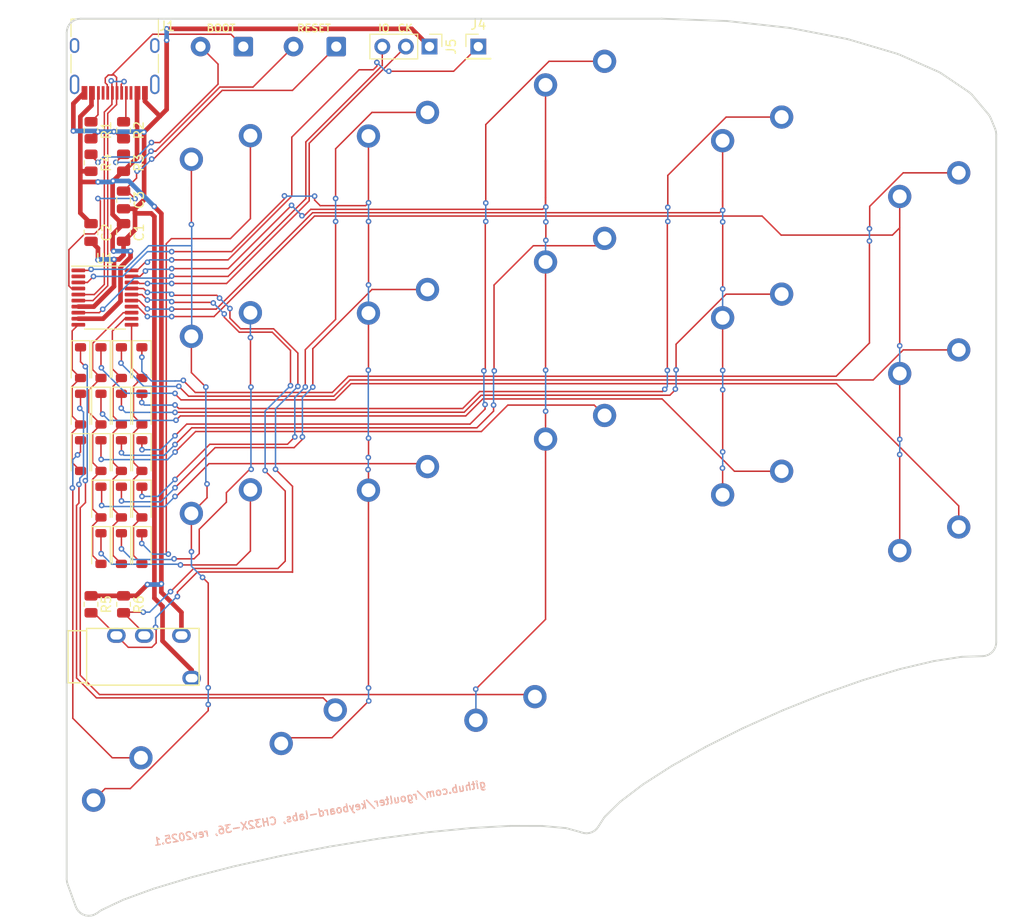
<source format=kicad_pcb>
(kicad_pcb (version 20240108) (generator "pcbnew") (generator_version "8.0")
  (title_block (title "CH32X-36") (date "2025-03-11") (rev "2025.1") (company "rgoulter/keyboard-labs") (comment 2 "SMT components") (comment 3 "Smaller than 100mm x 100mm") (comment 4 "Switch footprints for MX switches"))
  (layers (0 "F.Cu" signal) (31 "B.Cu" signal) (34 "B.Paste" user) (35 "F.Paste" user) (36 "B.SilkS" user "B.Silkscreen") (37 "F.SilkS" user "F.Silkscreen") (38 "B.Mask" user) (39 "F.Mask" user) (44 "Edge.Cuts" user))
  (net 0 "")
  (net 1 "Net-(D_1_1-K)")
  (net 2 "Net-(D_1_2-K)")
  (net 3 "/DOWNLOAD")
  (net 4 "/DM")
  (net 5 "Net-(D_1_3-K)")
  (net 6 "Net-(D_1_4-K)")
  (net 7 "Net-(D_1_5-K)")
  (net 8 "Net-(SW1-B)")
  (net 9 "Net-(SW2-B)")
  (net 10 "/ROW1")
  (net 11 "/ROW2")
  (net 12 "/ROW3")
  (net 13 "/ROW4")
  (net 14 "Net-(D_2_1-K)")
  (net 15 "Net-(D_2_2-K)")
  (net 16 "Net-(D_2_3-K)")
  (net 17 "Net-(D_2_4-K)")
  (net 18 "/COL1")
  (net 19 "/COL2")
  (net 20 "/COL3")
  (net 21 "/COL4")
  (net 22 "/COL5")
  (net 23 "Net-(D_2_5-K)")
  (net 24 "Net-(D_3_1-K)")
  (net 25 "Net-(D_3_2-K)")
  (net 26 "Net-(D_3_3-K)")
  (net 27 "Net-(D_3_4-K)")
  (net 28 "Net-(D_3_5-K)")
  (net 29 "Net-(D_4_3-K)")
  (net 30 "Net-(D_4_4-K)")
  (net 31 "Net-(D_4_5-K)")
  (net 33 "Net-(J1-CC1)")
  (net 35 "Net-(J1-CC2)")
  (net 36 "/GND")
  (net 38 "/LHS_RX_RHS_TX")
  (net 39 "/5V")
  (net 40 "/RESET")
  (net 42 "/LHS_TX_RHS_RX")
  (net 45 "/TX1")
  (net 46 "/DIO")
  (net 47 "/DCK")
  (footprint "Connector_USB:USB_C_Receptacle_HRO_TYPE-C-31-M-12" (layer "F.Cu") (at 103.884 53.937 180)
    (property "Reference" "J1")
    (property "Value" "USB Type-C Receptacle 12-pin")
  )
  (footprint "Resistor_SMD:R_0805_2012Metric" (layer "F.Cu") (at 104.835904 62 -90)
    (property "Reference" "R2")
    (property "Value" "5.1k")
  )
  (footprint "Resistor_SMD:R_0805_2012Metric" (layer "F.Cu") (at 101.335904 62 -90)
    (property "Reference" "R1")
    (property "Value" "5.1k")
  )
  (footprint "MountingHole:MountingHole_2.2mm_M2_DIN965" (layer "F.Cu") (at 182.618704 100.2378)
    (property "Reference" "H2" (hide yes))
    (property "Value" "M2 mounting hole")
  )
  (footprint "MountingHole:MountingHole_2.2mm_M2_DIN965" (layer "F.Cu") (at 125.468704 74.6878)
    (property "Reference" "H3" (hide yes))
    (property "Value" "M2 mounting hole")
  )
  (footprint "MountingHole:MountingHole_2.2mm_M2_DIN965" (layer "F.Cu") (at 125.468704 96.2378)
    (property "Reference" "H4" (hide yes))
    (property "Value" "M2 mounting hole")
  )
  (footprint "MountingHole:MountingHole_2.2mm_M2_DIN965" (layer "F.Cu") (at 116.0264 132.483531)
    (property "Reference" "H5" (hide yes))
    (property "Value" "M2 mounting hole")
  )
  (footprint "MountingHole:MountingHole_2.2mm_M2_DIN965" (layer "F.Cu") (at 182.618704 75.1878)
    (property "Reference" "H1" (hide yes))
    (property "Value" "M2 mounting hole")
  )
  (footprint "Diode_SMD:D_SOD-123" (layer "F.Cu") (at 100.207704 87 -90)
    (property "Reference" "D_4_3" (hide yes))
    (property "Value" "1N4148")
  )
  (footprint "ProjectLocal:SW_Cherry_MX_PCB_1.00u_BSilkRef" (layer "F.Cu") (at 115.943704 67.6628)
    (property "Reference" "SW_1_5" (hide yes))
    (property "Value" "MX-compatible")
  )
  (footprint "Diode_SMD:D_SOD-123" (layer "F.Cu") (at 102.407704 87 -90)
    (property "Reference" "D_3_1" (hide yes))
    (property "Value" "1N4148")
  )
  (footprint "ProjectLocal:SW_Cherry_MX_PCB_1.00u_BSilkRef" (layer "F.Cu") (at 134.993704 65.1628)
    (property "Reference" "SW_1_4" (hide yes))
    (property "Value" "MX-compatible")
  )
  (footprint "Capacitor_SMD:C_0805_2012Metric" (layer "F.Cu") (at 104.835904 73 -90)
    (property "Reference" "C1")
    (property "Value" "100n")
  )
  (footprint "ProjectLocal:SW_Cherry_MX_PCB_1.00u_BSilkRef" (layer "F.Cu") (at 115.943704 86.7128)
    (property "Reference" "SW_2_5" (hide yes))
    (property "Value" "MX-compatible")
  )
  (footprint "Diode_SMD:D_SOD-123" (layer "F.Cu") (at 104.607704 97 -90)
    (property "Reference" "D_2_3" (hide yes))
    (property "Value" "1N4148")
  )
  (footprint "ProjectLocal:SW_Cherry_MX_PCB_1.00u_BSilkRef" (layer "F.Cu") (at 154.043704 78.7128)
    (property "Reference" "SW_2_3" (hide yes))
    (property "Value" "MX-compatible")
  )
  (footprint "Resistor_SMD:R_0805_2012Metric" (layer "F.Cu") (at 101.335904 65.5 -90)
    (property "Reference" "R4")
    (property "Value" "10K")
  )
  (footprint "Resistor_SMD:R_0805_2012Metric" (layer "F.Cu") (at 101.335904 113 -90)
    (property "Reference" "R5")
    (property "Value" "2.2k - 10k")
  )
  (footprint "ProjectLocal:SW_Cherry_MX_PCB_1.00u_BSilkRef" (layer "F.Cu") (at 173.093704 65.6628)
    (property "Reference" "SW_1_2" (hide yes))
    (property "Value" "MX-compatible")
  )
  (footprint "ProjectLocal:SW_Cherry_MX_PCB_1.00u_BSilkRef" (layer "F.Cu") (at 192.143704 109.7628)
    (property "Reference" "SW_3_1" (hide yes))
    (property "Value" "MX-compatible")
  )
  (footprint "Diode_SMD:D_SOD-123" (layer "F.Cu") (at 106.807704 107 -90)
    (property "Reference" "D_1_5" (hide yes))
    (property "Value" "1N4148")
  )
  (footprint "Diode_SMD:D_SOD-123" (layer "F.Cu") (at 102.407704 102 -90)
    (property "Reference" "D_3_4" (hide yes))
    (property "Value" "1N4148")
  )
  (footprint "ProjectLocal:SW_Cherry_MX_PCB_1.00u_BSilkRef" (layer "F.Cu") (at 134.993704 84.2128)
    (property "Reference" "SW_2_4" (hide yes))
    (property "Value" "MX-compatible")
  )
  (footprint "Connector_Wire:SolderWire-0.5sqmm_1x02_P4.6mm_D0.9mm_OD2.1mm" (layer "F.Cu") (at 117.717704 53 180)
    (property "Reference" "SW2" (hide yes))
    (property "Value" "SW_SPST")
  )
  (footprint "Diode_SMD:D_SOD-123" (layer "F.Cu") (at 104.607704 87 -90)
    (property "Reference" "D_2_1" (hide yes))
    (property "Value" "1N4148")
  )
  (footprint "Diode_SMD:D_SOD-123" (layer "F.Cu") (at 106.807704 97 -90)
    (property "Reference" "D_1_3" (hide yes))
    (property "Value" "1N4148")
  )
  (footprint "Package_SO:TSSOP-20_4.4x6.5mm_P0.65mm" (layer "F.Cu") (at 102.835904 80)
    (property "Reference" "U1")
    (property "Value" "CH32X033F8P6")
  )
  (footprint "ProjectLocal:SW_Cherry_MX_PCB_1.00u_BSilkRef" (layer "F.Cu") (at 154.043704 59.6628)
    (property "Reference" "SW_1_3" (hide yes))
    (property "Value" "MX-compatible")
  )
  (footprint "ProjectLocal:SW_Cherry_MX_PCB_1.00u_BSilkRef" (layer "F.Cu") (at 173.093704 84.7128)
    (property "Reference" "SW_2_2" (hide yes))
    (property "Value" "MX-compatible")
  )
  (footprint "ProjectLocal:SW_Cherry_MX_PCB_1.00u_BSilkRef" (layer "F.Cu") (at 192.143704 90.7128)
    (property "Reference" "SW_2_1" (hide yes))
    (property "Value" "MX-compatible")
  )
  (footprint "Diode_SMD:D_SOD-123" (layer "F.Cu") (at 102.407704 97 -90)
    (property "Reference" "D_3_3" (hide yes))
    (property "Value" "1N4148")
  )
  (footprint "ProjectLocal:SW_Cherry_MX_PCB_1.00u_BSilkRef" (layer "F.Cu") (at 106.059096 135.154262 20)
    (property "Reference" "SW_4_5" (hide yes))
    (property "Value" "MX-compatible")
  )
  (footprint "Diode_SMD:D_SOD-123" (layer "F.Cu") (at 104.607704 102 -90)
    (property "Reference" "D_2_4" (hide yes))
    (property "Value" "1N4148")
  )
  (footprint "Diode_SMD:D_SOD-123" (layer "F.Cu") (at 106.807704 92 -90)
    (property "Reference" "D_1_2" (hide yes))
    (property "Value" "1N4148")
  )
  (footprint "ProjectLocal:SW_Cherry_MX_PCB_1.00u_BSilkRef" (layer "F.Cu") (at 173.093704 103.7628)
    (property "Reference" "SW_3_2" (hide yes))
    (property "Value" "MX-compatible")
  )
  (footprint "Diode_SMD:D_SOD-123" (layer "F.Cu") (at 100.207704 92 -90)
    (property "Reference" "D_4_4" (hide yes))
    (property "Value" "1N4148")
  )
  (footprint "ProjectLocal:SW_Cherry_MX_PCB_1.00u_BSilkRef" (layer "F.Cu") (at 154.043704 97.7628)
    (property "Reference" "SW_3_3" (hide yes))
    (property "Value" "MX-compatible")
  )
  (footprint "ProjectLocal:SW_Cherry_MX_PCB_1.00u_BSilkRef" (layer "F.Cu") (at 134.993704 103.2628)
    (property "Reference" "SW_3_4" (hide yes))
    (property "Value" "MX-compatible")
  )
  (footprint "ProjectLocal:SW_Cherry_MX_PCB_1.00u_BSilkRef" (layer "F.Cu") (at 125.993704 129.8128 10)
    (property "Reference" "SW_4_4" (hide yes))
    (property "Value" "MX-compatible")
  )
  (footprint "Capacitor_SMD:C_0805_2012Metric" (layer "F.Cu") (at 104.835904 69.5 -90)
    (property "Reference" "C3")
    (property "Value" "100n")
  )
  (footprint "Resistor_SMD:R_0805_2012Metric" (layer "F.Cu") (at 104.835904 65.5 -90)
    (property "Reference" "R3")
    (property "Value" "330R")
  )
  (footprint "Diode_SMD:D_SOD-123" (layer "F.Cu") (at 104.607704 107 -90)
    (property "Reference" "D_2_5" (hide yes))
    (property "Value" "1N4148")
  )
  (footprint "Diode_SMD:D_SOD-123" (layer "F.Cu") (at 102.407704 107 -90)
    (property "Reference" "D_3_5" (hide yes))
    (property "Value" "1N4148")
  )
  (footprint "Capacitor_SMD:C_0805_2012Metric" (layer "F.Cu") (at 101.335904 73 -90)
    (property "Reference" "C2")
    (property "Value" "4.7uF")
  )
  (footprint "Diode_SMD:D_SOD-123" (layer "F.Cu") (at 102.407704 92 -90)
    (property "Reference" "D_3_2" (hide yes))
    (property "Value" "1N4148")
  )
  (footprint "Connector_PinHeader_2.54mm:PinHeader_1x01_P2.54mm_Vertical" (layer "F.Cu") (at 143 53)
    (property "Reference" "J4")
    (property "Value" "Conn_01x02")
  )
  (footprint "ProjectLocal:SW_Cherry_MX_PCB_1.00u_BSilkRef" (layer "F.Cu") (at 115.943704 105.7628)
    (property "Reference" "SW_3_5" (hide yes))
    (property "Value" "MX-compatible")
  )
  (footprint "Resistor_SMD:R_0805_2012Metric" (layer "F.Cu") (at 104.835904 113 -90)
    (property "Reference" "R6")
    (property "Value" "2.2k - 10k")
  )
  (footprint "Connector_Wire:SolderWire-0.5sqmm_1x02_P4.6mm_D0.9mm_OD2.1mm" (layer "F.Cu") (at 127.717704 53 180)
    (property "Reference" "SW1" (hide yes))
    (property "Value" "SW_SPST")
  )
  (footprint "Diode_SMD:D_SOD-123" (layer "F.Cu") (at 104.607704 92 -90)
    (property "Reference" "D_2_2" (hide yes))
    (property "Value" "1N4148")
  )
  (footprint "ProjectLocal:SW_Cherry_MX_PCB_1.00u_BSilkRef" (layer "F.Cu") (at 146.552996 128.014094)
    (property "Reference" "SW_4_3" (hide yes))
    (property "Value" "MX-compatible")
  )
  (footprint "Diode_SMD:D_SOD-123" (layer "F.Cu") (at 106.807704 87 -90)
    (property "Reference" "D_1_1" (hide yes))
    (property "Value" "1N4148")
  )
  (footprint "Connector_PinHeader_2.54mm:PinHeader_1x03_P2.54mm_Vertical" (layer "F.Cu") (at 137.75 53 -90)
    (property "Reference" "J5")
    (property "Value" "Conn_01x03")
  )
  (footprint "Diode_SMD:D_SOD-123" (layer "F.Cu") (at 106.807704 102 -90)
    (property "Reference" "D_1_4" (hide yes))
    (property "Value" "1N4148")
  )
  (footprint "Diode_SMD:D_SOD-123" (layer "F.Cu") (at 100.207704 97 -90)
    (property "Reference" "D_4_5" (hide yes))
    (property "Value" "1N4148")
  )
  (footprint "ProjectLocal:SW_Cherry_MX_PCB_1.00u_BSilkRef" (layer "F.Cu") (at 192.143704 71.6628)
    (property "Reference" "SW_1_1" (hide yes))
    (property "Value" "MX-compatible")
  )
  (footprint "Keebio-Parts:TRRS-PJ-320A" (layer "F.Cu") (at 100.862304 118.6434 90)
    (property "Reference" "J2")
    (property "Value" "PJ-320A")
  )
  (gr_line (start 121.741704 140.0706) (end 121.764404 140.0659) (stroke (width 0.2)) (layer "Edge.Cuts"))
  (gr_line (start 192.527004 55.72318) (end 188.260404 53.84581) (stroke (width 0.2)) (layer "Edge.Cuts"))
  (gr_line (start 104.845704 144.7704) (end 108.056704 143.5984) (stroke (width 0.2)) (layer "Edge.Cuts"))
  (gr_line (start 142.170304 137.0732) (end 142.202204 137.0707) (stroke (width 0.2)) (layer "Edge.Cuts"))
  (gr_line (start 100.749304 146.4657) (end 101.040404 146.5072) (stroke (width 0.2)) (layer "Edge.Cuts"))
  (gr_line (start 98.970504 50.666641) (end 98.831904 50.92598) (stroke (width 0.2)) (layer "Edge.Cuts"))
  (gr_line (start 154.088404 137.534) (end 154.371604 137.6132) (stroke (width 0.2)) (layer "Edge.Cuts"))
  (gr_line (start 194.955464 118.6529) (end 195.047564 118.6445) (stroke (width 0.2)) (layer "Edge.Cuts"))
  (gr_line (start 98.717704 51.5) (end 98.717704 142.5686) (stroke (width 0.2)) (layer "Edge.Cuts"))
  (gr_line (start 162.744304 50.000946) (end 162.691004 50) (stroke (width 0.2)) (layer "Edge.Cuts"))
  (gr_line (start 167.442404 128.3455) (end 167.475104 128.3281) (stroke (width 0.2)) (layer "Edge.Cuts"))
  (gr_line (start 99.643704 50.114182) (end 99.384304 50.252792) (stroke (width 0.2)) (layer "Edge.Cuts"))
  (gr_line (start 188.388704 119.9581) (end 191.928714 119.1215) (stroke (width 0.2)) (layer "Edge.Cuts"))
  (gr_line (start 169.795904 50.255814) (end 169.685904 50.247833) (stroke (width 0.2)) (layer "Edge.Cuts"))
  (gr_line (start 101.979304 146.228) (end 102.376004 145.9439) (stroke (width 0.2)) (layer "Edge.Cuts"))
  (gr_line (start 176.554404 51.00116) (end 176.433504 50.982895) (stroke (width 0.2)) (layer "Edge.Cuts"))
  (gr_line (start 156.513204 135.9752) (end 156.621404 135.8421) (stroke (width 0.2)) (layer "Edge.Cuts"))
  (gr_line (start 171.477104 126.3227) (end 171.506304 126.3088) (stroke (width 0.2)) (layer "Edge.Cuts"))
  (gr_line (start 127.033604 139.0591) (end 132.308904 138.2066) (stroke (width 0.2)) (layer "Edge.Cuts"))
  (gr_line (start 171.506304 126.3088) (end 175.749904 124.4038) (stroke (width 0.2)) (layer "Edge.Cuts"))
  (gr_line (start 149.883504 136.844) (end 152.404804 137.0745) (stroke (width 0.2)) (layer "Edge.Cuts"))
  (gr_line (start 160.691304 132.3943) (end 160.739604 132.3605) (stroke (width 0.2)) (layer "Edge.Cuts"))
  (gr_line (start 197.83274 118.4473) (end 198.087821 118.301) (stroke (width 0.2)) (layer "Edge.Cuts"))
  (gr_line (start 137.427404 137.5348) (end 137.452704 137.5319) (stroke (width 0.2)) (layer "Edge.Cuts"))
  (gr_line (start 162.691004 50) (end 100.217704 50) (stroke (width 0.2)) (layer "Edge.Cuts"))
  (gr_line (start 155.896604 136.9423) (end 156.513204 135.9752) (stroke (width 0.2)) (layer "Edge.Cuts"))
  (gr_line (start 198.696937 117.3279) (end 198.717704 117.0791) (stroke (width 0.2)) (layer "Edge.Cuts"))
  (gr_line (start 163.839104 130.3721) (end 167.442404 128.3455) (stroke (width 0.2)) (layer "Edge.Cuts"))
  (gr_line (start 198.68888 62.1429) (end 198.604011 61.8627) (stroke (width 0.2)) (layer "Edge.Cuts"))
  (gr_line (start 180.126504 122.6512) (end 184.350204 121.1651) (stroke (width 0.2)) (layer "Edge.Cuts"))
  (gr_line (start 102.492704 145.8754) (end 104.783004 144.7965) (stroke (width 0.2)) (layer "Edge.Cuts"))
  (gr_line (start 198.11457 60.6782) (end 197.976173 60.4188) (stroke (width 0.2)) (layer "Edge.Cuts"))
  (gr_line (start 158.300204 134.2122) (end 160.691304 132.3943) (stroke (width 0.2)) (layer "Edge.Cuts"))
  (gr_line (start 155.715504 137.173) (end 155.896604 136.9423) (stroke (width 0.2)) (layer "Edge.Cuts"))
  (gr_line (start 195.047564 118.6445) (end 197.262364 118.5785) (stroke (width 0.2)) (layer "Edge.Cuts"))
  (gr_line (start 116.699704 141.1912) (end 116.724504 141.1853) (stroke (width 0.2)) (layer "Edge.Cuts"))
  (gr_line (start 197.976173 60.4188) (end 197.876807 60.2862) (stroke (width 0.2)) (layer "Edge.Cuts"))
  (gr_line (start 155.236204 137.5088) (end 155.492404 137.3645) (stroke (width 0.2)) (layer "Edge.Cuts"))
  (gr_line (start 116.724504 141.1853) (end 121.741704 140.0706) (stroke (width 0.2)) (layer "Edge.Cuts"))
  (gr_line (start 154.073104 137.5281) (end 154.088404 137.534) (stroke (width 0.2)) (layer "Edge.Cuts"))
  (gr_line (start 112.109104 142.3738) (end 116.699704 141.1912) (stroke (width 0.2)) (layer "Edge.Cuts"))
  (gr_line (start 198.717704 117.0791) (end 198.717704 62.4355) (stroke (width 0.2)) (layer "Edge.Cuts"))
  (gr_line (start 108.096704 143.5851) (end 112.079404 142.3821) (stroke (width 0.2)) (layer "Edge.Cuts"))
  (gr_line (start 154.956704 137.6003) (end 155.236204 137.5088) (stroke (width 0.2)) (layer "Edge.Cuts"))
  (gr_line (start 137.452704 137.5319) (end 142.170304 137.0732) (stroke (width 0.2)) (layer "Edge.Cuts"))
  (gr_line (start 195.803504 57.90762) (end 192.762594 55.85321) (stroke (width 0.2)) (layer "Edge.Cuts"))
  (gr_line (start 99.999904 146.022) (end 100.218804 146.2183) (stroke (width 0.2)) (layer "Edge.Cuts"))
  (gr_line (start 146.355104 136.8391) (end 146.397904 136.8379) (stroke (width 0.2)) (layer "Edge.Cuts"))
  (gr_line (start 198.620002 117.6117) (end 198.696937 117.3279) (stroke (width 0.2)) (layer "Edge.Cuts"))
  (gr_line (start 98.746504 51.20737) (end 98.717704 51.5) (stroke (width 0.2)) (layer "Edge.Cuts"))
  (gr_line (start 175.778504 124.3917) (end 180.096704 122.6624) (stroke (width 0.2)) (layer "Edge.Cuts"))
  (gr_line (start 98.746504 142.8612) (end 98.808204 143.0816) (stroke (width 0.2)) (layer "Edge.Cuts"))
  (gr_line (start 99.157004 50.439346) (end 98.970504 50.666641) (stroke (width 0.2)) (layer "Edge.Cuts"))
  (gr_line (start 163.800904 130.395) (end 163.839104 130.3721) (stroke (width 0.2)) (layer "Edge.Cuts"))
  (gr_line (start 101.334004 146.4912) (end 101.618804 146.4182) (stroke (width 0.2)) (layer "Edge.Cuts"))
  (gr_line (start 142.202204 137.0707) (end 146.355104 136.8391) (stroke (width 0.2)) (layer "Edge.Cuts"))
  (gr_line (start 100.217704 50) (end 99.925104 50.028824) (stroke (width 0.2)) (layer "Edge.Cuts"))
  (gr_line (start 175.749904 124.4038) (end 175.778504 124.3917) (stroke (width 0.2)) (layer "Edge.Cuts"))
  (gr_line (start 197.262364 118.5785) (end 197.554004 118.541) (stroke (width 0.2)) (layer "Edge.Cuts"))
  (gr_line (start 121.764404 140.0659) (end 127.012704 139.0628) (stroke (width 0.2)) (layer "Edge.Cuts"))
  (gr_line (start 101.040404 146.5072) (end 101.334004 146.4912) (stroke (width 0.2)) (layer "Edge.Cuts"))
  (gr_line (start 182.646404 52.17702) (end 176.554404 51.00116) (stroke (width 0.2)) (layer "Edge.Cuts"))
  (gr_line (start 198.30947 118.1078) (end 198.489173 117.875) (stroke (width 0.2)) (layer "Edge.Cuts"))
  (gr_line (start 198.489173 117.875) (end 198.620002 117.6117) (stroke (width 0.2)) (layer "Edge.Cuts"))
  (gr_line (start 176.433504 50.982895) (end 169.795904 50.255814) (stroke (width 0.2)) (layer "Edge.Cuts"))
  (gr_line (start 167.475104 128.3281) (end 171.477104 126.3227) (stroke (width 0.2)) (layer "Edge.Cuts"))
  (gr_line (start 100.471904 146.3681) (end 100.749304 146.4657) (stroke (width 0.2)) (layer "Edge.Cuts"))
  (gr_line (start 154.664804 137.6356) (end 154.956704 137.6003) (stroke (width 0.2)) (layer "Edge.Cuts"))
  (gr_line (start 182.788304 52.21165) (end 182.646404 52.17702) (stroke (width 0.2)) (layer "Edge.Cuts"))
  (gr_line (start 99.384304 50.252792) (end 99.157004 50.439346) (stroke (width 0.2)) (layer "Edge.Cuts"))
  (gr_line (start 149.816004 136.8409) (end 149.883504 136.844) (stroke (width 0.2)) (layer "Edge.Cuts"))
  (gr_line (start 169.685904 50.247833) (end 162.744304 50.000946) (stroke (width 0.2)) (layer "Edge.Cuts"))
  (gr_line (start 146.397904 136.8379) (end 149.816004 136.8409) (stroke (width 0.2)) (layer "Edge.Cuts"))
  (gr_line (start 98.808204 143.0816) (end 99.696304 145.5217) (stroke (width 0.2)) (layer "Edge.Cuts"))
  (gr_line (start 99.823404 145.7868) (end 99.999904 146.022) (stroke (width 0.2)) (layer "Edge.Cuts"))
  (gr_line (start 155.492404 137.3645) (end 155.715504 137.173) (stroke (width 0.2)) (layer "Edge.Cuts"))
  (gr_line (start 99.696304 145.5217) (end 99.823404 145.7868) (stroke (width 0.2)) (layer "Edge.Cuts"))
  (gr_line (start 197.876807 60.2862) (end 196.112324 58.18575) (stroke (width 0.2)) (layer "Edge.Cuts"))
  (gr_line (start 160.739604 132.3605) (end 163.800904 130.395) (stroke (width 0.2)) (layer "Edge.Cuts"))
  (gr_line (start 198.717704 62.4355) (end 198.68888 62.1429) (stroke (width 0.2)) (layer "Edge.Cuts"))
  (gr_line (start 180.096704 122.6624) (end 180.126504 122.6512) (stroke (width 0.2)) (layer "Edge.Cuts"))
  (gr_line (start 152.404804 137.0745) (end 152.538104 137.099) (stroke (width 0.2)) (layer "Edge.Cuts"))
  (gr_line (start 152.538104 137.099) (end 154.073104 137.5281) (stroke (width 0.2)) (layer "Edge.Cuts"))
  (gr_line (start 191.928714 119.1215) (end 191.987234 119.11) (stroke (width 0.2)) (layer "Edge.Cuts"))
  (gr_line (start 196.112324 58.18575) (end 195.803504 57.90762) (stroke (width 0.2)) (layer "Edge.Cuts"))
  (gr_line (start 104.783004 144.7965) (end 104.845704 144.7704) (stroke (width 0.2)) (layer "Edge.Cuts"))
  (gr_line (start 98.717704 142.5686) (end 98.746504 142.8612) (stroke (width 0.2)) (layer "Edge.Cuts"))
  (gr_line (start 184.350204 121.1651) (end 184.384304 121.154) (stroke (width 0.2)) (layer "Edge.Cuts"))
  (gr_line (start 132.308904 138.2066) (end 132.331004 138.2034) (stroke (width 0.2)) (layer "Edge.Cuts"))
  (gr_line (start 188.345704 119.9696) (end 188.388704 119.9581) (stroke (width 0.2)) (layer "Edge.Cuts"))
  (gr_line (start 127.012704 139.0628) (end 127.033604 139.0591) (stroke (width 0.2)) (layer "Edge.Cuts"))
  (gr_line (start 99.925104 50.028824) (end 99.643704 50.114182) (stroke (width 0.2)) (layer "Edge.Cuts"))
  (gr_line (start 100.218804 146.2183) (end 100.471904 146.3681) (stroke (width 0.2)) (layer "Edge.Cuts"))
  (gr_line (start 112.079404 142.3821) (end 112.109104 142.3738) (stroke (width 0.2)) (layer "Edge.Cuts"))
  (gr_line (start 191.987234 119.11) (end 194.955464 118.6529) (stroke (width 0.2)) (layer "Edge.Cuts"))
  (gr_line (start 101.618804 146.4182) (end 101.979304 146.228) (stroke (width 0.2)) (layer "Edge.Cuts"))
  (gr_line (start 108.056704 143.5984) (end 108.096704 143.5851) (stroke (width 0.2)) (layer "Edge.Cuts"))
  (gr_line (start 198.087821 118.301) (end 198.30947 118.1078) (stroke (width 0.2)) (layer "Edge.Cuts"))
  (gr_line (start 192.762594 55.85321) (end 192.527004 55.72318) (stroke (width 0.2)) (layer "Edge.Cuts"))
  (gr_line (start 198.604011 61.8627) (end 198.11457 60.6782) (stroke (width 0.2)) (layer "Edge.Cuts"))
  (gr_line (start 184.384304 121.154) (end 188.345704 119.9696) (stroke (width 0.2)) (layer "Edge.Cuts"))
  (gr_line (start 132.331004 138.2034) (end 137.427404 137.5348) (stroke (width 0.2)) (layer "Edge.Cuts"))
  (gr_line (start 156.621404 135.8421) (end 158.230404 134.2723) (stroke (width 0.2)) (layer "Edge.Cuts"))
  (gr_line (start 188.260404 53.84581) (end 188.082504 53.78061) (stroke (width 0.2)) (layer "Edge.Cuts"))
  (gr_line (start 102.376004 145.9439) (end 102.492704 145.8754) (stroke (width 0.2)) (layer "Edge.Cuts"))
  (gr_line (start 154.371604 137.6132) (end 154.664804 137.6356) (stroke (width 0.2)) (layer "Edge.Cuts"))
  (gr_line (start 197.554004 118.541) (end 197.83274 118.4473) (stroke (width 0.2)) (layer "Edge.Cuts"))
  (gr_line (start 98.831904 50.92598) (end 98.746504 51.20737) (stroke (width 0.2)) (layer "Edge.Cuts"))
  (gr_line (start 188.082504 53.78061) (end 182.788304 52.21165) (stroke (width 0.2)) (layer "Edge.Cuts"))
  (gr_line (start 158.230404 134.2723) (end 158.300204 134.2122) (stroke (width 0.2)) (layer "Edge.Cuts"))
  (gr_text "github.com/rgoulter/keyboard-labs, ${TITLE}, rev${REVISION}" (at 125.946904 135.4328 10) (layer "B.SilkS") (effects (font (size 0.8 0.8) (thickness 0.16)) (justify mirror)))
  (gr_text "IO" (at 132.842 51.5 0) (layer "F.SilkS") (effects (font (size 0.8 0.8)) (justify bottom)))
  (gr_text "CK" (at 135.128 51.5 0) (layer "F.SilkS") (effects (font (size 0.8 0.8)) (justify bottom)))
  (gr_text "BOOT" (at 115.317704 51.5 0) (layer "F.SilkS") (effects (font (size 0.8 0.8)) (justify bottom)))
  (gr_text "RESET" (at 125.317704 51.5 0) (layer "F.SilkS") (effects (font (size 0.8 0.8)) (justify bottom)))
  (segment (start 127.293103 90.2082) (end 129.036104 88.4652) (width 0.16) (layer "F.Cu") (net 1))
  (segment (start 111.269073 88.928769) (end 112.548504 90.2082) (width 0.16) (layer "F.Cu") (net 1))
  (segment (start 188.709957 66.5828) (end 185.103504 70.189253) (width 0.16) (layer "F.Cu") (net 1))
  (segment (start 185.078104 84.8868) (end 185.078104 73.914) (width 0.16) (layer "F.Cu") (net 1))
  (segment (start 111.269073 88.903369) (end 111.269073 88.928769) (width 0.16) (layer "F.Cu") (net 1))
  (segment (start 129.036104 88.4652) (end 181.499704 88.4652) (width 0.16) (layer "F.Cu") (net 1))
  (segment (start 181.499704 88.4652) (end 185.078104 84.8868) (width 0.16) (layer "F.Cu") (net 1))
  (segment (start 194.683704 66.5828) (end 188.709957 66.5828) (width 0.16) (layer "F.Cu") (net 1))
  (segment (start 185.103504 72.5678) (end 185.078104 72.5932) (width 0.16) (layer "F.Cu") (net 1))
  (segment (start 106.807704 86.4108) (end 106.807704 85.35) (width 0.16) (layer "F.Cu") (net 1))
  (segment (start 185.103504 70.189253) (end 185.103504 72.5678) (width 0.16) (layer "F.Cu") (net 1))
  (segment (start 112.548504 90.2082) (end 127.293103 90.2082) (width 0.16) (layer "F.Cu") (net 1))
  (via (at 111.269073 88.903369) (size 0.6) (drill 0.3) (layers "F.Cu" "B.Cu") (net 1))
  (via (at 185.078104 72.5932) (size 0.6) (drill 0.3) (layers "F.Cu" "B.Cu") (net 1))
  (via (at 185.078104 73.914) (size 0.6) (drill 0.3) (layers "F.Cu" "B.Cu") (net 1))
  (via (at 106.807704 86.4108) (size 0.6) (drill 0.3) (layers "F.Cu" "B.Cu") (net 1))
  (segment (start 185.078104 73.914) (end 185.078104 72.5932) (width 0.16) (layer "B.Cu") (net 1))
  (segment (start 106.807704 87.9472) (end 106.807704 86.4108) (width 0.16) (layer "B.Cu") (net 1))
  (segment (start 110.383362 88.968418) (end 110.37558 88.9762) (width 0.16) (layer "B.Cu") (net 1))
  (segment (start 111.269073 88.903369) (end 111.204024 88.968418) (width 0.16) (layer "B.Cu") (net 1))
  (segment (start 111.204024 88.968418) (end 110.383362 88.968418) (width 0.16) (layer "B.Cu") (net 1))
  (segment (start 110.37558 88.9762) (end 107.836704 88.9762) (width 0.16) (layer "B.Cu") (net 1))
  (segment (start 107.836704 88.9762) (end 106.807704 87.9472) (width 0.16) (layer "B.Cu") (net 1))
  (segment (start 110.774248 91.9354) (end 141.317703 91.9354) (width 0.16) (layer "F.Cu") (net 2))
  (segment (start 143.147003 90.1061) (end 162.815404 90.1061) (width 0.16) (layer "F.Cu") (net 2))
  (segment (start 163.335704 71.8607) (end 163.335704 87.8332) (width 0.16) (layer "F.Cu") (net 2))
  (segment (start 106.807704 90.35) (end 106.807704 91.2853) (width 0.16) (layer "F.Cu") (net 2))
  (segment (start 162.815404 90.1061) (end 163.056304 89.8652) (width 0.16) (layer "F.Cu") (net 2))
  (segment (start 141.317703 91.9354) (end 143.147003 90.1061) (width 0.16) (layer "F.Cu") (net 2))
  (segment (start 110.393745 91.554897) (end 110.774248 91.9354) (width 0.16) (layer "F.Cu") (net 2))
  (segment (start 169.659957 60.5828) (end 163.386504 66.856253) (width 0.16) (layer "F.Cu") (net 2))
  (segment (start 110.373004 91.554897) (end 110.393745 91.554897) (width 0.16) (layer "F.Cu") (net 2))
  (segment (start 175.633704 60.5828) (end 169.659957 60.5828) (width 0.16) (layer "F.Cu") (net 2))
  (segment (start 163.386504 71.8099) (end 163.335704 71.8607) (width 0.16) (layer "F.Cu") (net 2))
  (segment (start 163.386504 66.856253) (end 163.386504 70.2909) (width 0.16) (layer "F.Cu") (net 2))
  (segment (start 106.807704 91.2853) (end 106.795304 91.2977) (width 0.16) (layer "F.Cu") (net 2))
  (via (at 163.386504 70.2909) (size 0.6) (drill 0.3) (layers "F.Cu" "B.Cu") (net 2))
  (via (at 163.335704 87.8332) (size 0.6) (drill 0.3) (layers "F.Cu" "B.Cu") (net 2))
  (via (at 110.373004 91.554897) (size 0.6) (drill 0.3) (layers "F.Cu" "B.Cu") (net 2))
  (via (at 106.795304 91.2977) (size 0.6) (drill 0.3) (layers "F.Cu" "B.Cu") (net 2))
  (via (at 163.056304 89.8652) (size 0.6) (drill 0.3) (layers "F.Cu" "B.Cu") (net 2))
  (via (at 163.386504 71.8099) (size 0.6) (drill 0.3) (layers "F.Cu" "B.Cu") (net 2))
  (segment (start 110.373004 91.554897) (end 110.360901 91.567) (width 0.16) (layer "B.Cu") (net 2))
  (segment (start 163.335704 87.8332) (end 163.335704 89.5858) (width 0.16) (layer "B.Cu") (net 2))
  (segment (start 163.335704 89.5858) (end 163.056304 89.8652) (width 0.16) (layer "B.Cu") (net 2))
  (segment (start 110.360901 91.567) (end 107.064604 91.567) (width 0.16) (layer "B.Cu") (net 2))
  (segment (start 163.386504 70.2909) (end 163.386504 71.8099) (width 0.16) (layer "B.Cu") (net 2))
  (segment (start 107.064604 91.567) (end 106.795304 91.2977) (width 0.16) (layer "B.Cu") (net 2))
  (segment (start 103.199382 56.058618) (end 103.5812 56.058618) (width 0.16) (layer "F.Cu") (net 3))
  (segment (start 103.5812 56.058618) (end 107.969817 51.67) (width 0.16) (layer "F.Cu") (net 3))
  (segment (start 103.5812 56.058618) (end 103.822909 56.058618) (width 0.16) (layer "F.Cu") (net 3))
  (segment (start 104.085904 59.237212) (end 103.130904 60.192212) (width 0.16) (layer "F.Cu") (net 3))
  (segment (start 116.387704 51.67) (end 107.969817 51.67) (width 0.16) (layer "F.Cu") (net 3))
  (segment (start 103.822909 56.058618) (end 104.085904 56.321613) (width 0.16) (layer "F.Cu") (net 3))
  (segment (start 102.87 56.896) (end 102.87 56.388) (width 0.16) (layer "F.Cu") (net 3))
  (segment (start 117.717704 53) (end 116.387704 51.67) (width 0.16) (layer "F.Cu") (net 3))
  (segment (start 103.130904 60.192212) (end 103.130904 78.733096) (width 0.16) (layer "F.Cu") (net 3))
  (segment (start 102.87 56.388) (end 103.199382 56.058618) (width 0.16) (layer "F.Cu") (net 3))
  (segment (start 103.085904 57.111904) (end 102.87 56.896) (width 0.16) (layer "F.Cu") (net 3))
  (segment (start 103.130904 78.733096) (end 101.539 80.325) (width 0.16) (layer "F.Cu") (net 3))
  (segment (start 104.085904 56.321613) (end 104.085904 59.237212) (width 0.16) (layer "F.Cu") (net 3))
  (segment (start 101.539 80.325) (end 99.973404 80.325) (width 0.16) (layer "F.Cu") (net 3))
  (segment (start 103.085904 57.982) (end 103.085904 57.111904) (width 0.16) (layer "F.Cu") (net 3))
  (segment (start 104.585904 57.062436) (end 104.585904 57.982) (width 0.16) (layer "F.Cu") (net 4))
  (segment (start 103.585904 56.76209) (end 103.585904 59.228096) (width 0.16) (layer "F.Cu") (net 4))
  (segment (start 103.585904 59.228096) (end 102.770904 60.043096) (width 0.16) (layer "F.Cu") (net 4))
  (segment (start 103.505904 56.68209) (end 103.585904 56.76209) (width 0.16) (layer "F.Cu") (net 4))
  (segment (start 104.889151 56.759189) (end 104.585904 57.062436) (width 0.16) (layer "F.Cu") (net 4))
  (segment (start 102.770904 78.58398) (end 101.679884 79.675) (width 0.16) (layer "F.Cu") (net 4))
  (segment (start 102.770904 60.043096) (end 102.770904 78.58398) (width 0.16) (layer "F.Cu") (net 4))
  (segment (start 101.679884 79.675) (end 99.973404 79.675) (width 0.16) (layer "F.Cu") (net 4))
  (via (at 103.505904 56.68209) (size 0.6) (drill 0.3) (layers "F.Cu" "B.Cu") (net 4))
  (via (at 104.889151 56.759189) (size 0.6) (drill 0.3) (layers "F.Cu" "B.Cu") (net 4))
  (segment (start 103.583003 56.759189) (end 104.889151 56.759189) (width 0.16) (layer "B.Cu") (net 4))
  (segment (start 103.505904 56.68209) (end 103.583003 56.759189) (width 0.16) (layer "B.Cu") (net 4))
  (segment (start 143.752304 87.7333) (end 143.599904 87.8857) (width 0.16) (layer "F.Cu") (net 5))
  (segment (start 143.726904 91.9988) (end 143.726904 91.5061) (width 0.16) (layer "F.Cu") (net 5))
  (segment (start 143.803104 61.389653) (end 143.803104 69.8246) (width 0.16) (layer "F.Cu") (net 5))
  (segment (start 106.807704 96.3546) (end 106.820704 96.3676) (width 0.16) (layer "F.Cu") (net 5))
  (segment (start 143.752304 71.8607) (end 143.752304 87.7333) (width 0.16) (layer "F.Cu") (net 5))
  (segment (start 150.609957 54.5828) (end 143.803104 61.389653) (width 0.16) (layer "F.Cu") (net 5))
  (segment (start 143.803104 71.8099) (end 143.752304 71.8607) (width 0.16) (layer "F.Cu") (net 5))
  (segment (start 156.583704 54.5828) (end 150.609957 54.5828) (width 0.16) (layer "F.Cu") (net 5))
  (segment (start 110.373004 94.869) (end 111.630204 93.6118) (width 0.16) (layer "F.Cu") (net 5))
  (segment (start 106.807704 95.35) (end 106.807704 96.3546) (width 0.16) (layer "F.Cu") (net 5))
  (segment (start 142.113904 93.6118) (end 143.726904 91.9988) (width 0.16) (layer "F.Cu") (net 5))
  (segment (start 111.630204 93.6118) (end 142.113904 93.6118) (width 0.16) (layer "F.Cu") (net 5))
  (via (at 143.803104 71.8099) (size 0.6) (drill 0.3) (layers "F.Cu" "B.Cu") (net 5))
  (via (at 143.726904 91.5061) (size 0.6) (drill 0.3) (layers "F.Cu" "B.Cu") (net 5))
  (via (at 106.820704 96.3676) (size 0.6) (drill 0.3) (layers "F.Cu" "B.Cu") (net 5))
  (via (at 110.373004 94.869) (size 0.6) (drill 0.3) (layers "F.Cu" "B.Cu") (net 5))
  (via (at 143.803104 69.8246) (size 0.6) (drill 0.3) (layers "F.Cu" "B.Cu") (net 5))
  (via (at 143.599904 87.8857) (size 0.6) (drill 0.3) (layers "F.Cu" "B.Cu") (net 5))
  (segment (start 143.599904 87.8857) (end 143.599904 91.3791) (width 0.16) (layer "B.Cu") (net 5))
  (segment (start 110.373004 94.869) (end 108.874404 96.3676) (width 0.16) (layer "B.Cu") (net 5))
  (segment (start 108.874404 96.3676) (end 106.820704 96.3676) (width 0.16) (layer "B.Cu") (net 5))
  (segment (start 143.599904 91.3791) (end 143.726904 91.5061) (width 0.16) (layer "B.Cu") (net 5))
  (segment (start 143.803104 69.8246) (end 143.803104 71.8099) (width 0.16) (layer "B.Cu") (net 5))
  (segment (start 131.559957 60.0828) (end 127.648704 63.994053) (width 0.16) (layer "F.Cu") (net 6))
  (segment (start 124.387079 85.608425) (end 127.648704 82.3468) (width 0.16) (layer "F.Cu") (net 6))
  (segment (start 106.807704 101.3789) (end 106.807704 100.35) (width 0.16) (layer "F.Cu") (net 6))
  (segment (start 106.820704 101.3919) (end 106.807704 101.3789) (width 0.16) (layer "F.Cu") (net 6))
  (segment (start 114.110504 95.7834) (end 110.373004 99.5209) (width 0.16) (layer "F.Cu") (net 6))
  (segment (start 110.373004 99.5209) (end 110.373004 99.568) (width 0.16) (layer "F.Cu") (net 6))
  (segment (start 123.260088 94.9913) (end 122.467988 95.7834) (width 0.16) (layer "F.Cu") (net 6))
  (segment (start 137.533704 60.0828) (end 131.559957 60.0828) (width 0.16) (layer "F.Cu") (net 6))
  (segment (start 127.648704 63.994053) (end 127.648704 69.342) (width 0.16) (layer "F.Cu") (net 6))
  (segment (start 122.467988 95.7834) (end 114.110504 95.7834) (width 0.16) (layer "F.Cu") (net 6))
  (segment (start 124.387079 89.618682) (end 124.387079 85.608425) (width 0.16) (layer "F.Cu") (net 6))
  (segment (start 127.648704 82.3468) (end 127.648704 71.8099) (width 0.16) (layer "F.Cu") (net 6))
  (via (at 110.373004 99.568) (size 0.6) (drill 0.3) (layers "F.Cu" "B.Cu") (net 6))
  (via (at 124.387079 89.618682) (size 0.6) (drill 0.3) (layers "F.Cu" "B.Cu") (net 6))
  (via (at 106.820704 101.3919) (size 0.6) (drill 0.3) (layers "F.Cu" "B.Cu") (net 6))
  (via (at 127.648704 71.8099) (size 0.6) (drill 0.3) (layers "F.Cu" "B.Cu") (net 6))
  (via (at 123.260088 94.9913) (size 0.6) (drill 0.3) (layers "F.Cu" "B.Cu") (net 6))
  (via (at 127.648704 69.342) (size 0.6) (drill 0.3) (layers "F.Cu" "B.Cu") (net 6))
  (segment (start 123.260088 90.745673) (end 124.387079 89.618682) (width 0.16) (layer "B.Cu") (net 6))
  (segment (start 108.549104 101.3919) (end 106.820704 101.3919) (width 0.16) (layer "B.Cu") (net 6))
  (segment (start 123.260088 94.9913) (end 123.260088 90.745673) (width 0.16) (layer "B.Cu") (net 6))
  (segment (start 110.373004 99.568) (end 108.549104 101.3919) (width 0.16) (layer "B.Cu") (net 6))
  (segment (start 127.648704 71.8099) (end 127.648704 69.342) (width 0.16) (layer "B.Cu") (net 6))
  (segment (start 109.433504 74.208496) (end 109.433504 107.3796) (width 0.16) (layer "F.Cu") (net 7))
  (segment (start 109.433504 107.3796) (end 109.653004 107.5991) (width 0.16) (layer "F.Cu") (net 7))
  (segment (start 106.807704 105.35) (end 106.807704 106.439) (width 0.16) (layer "F.Cu") (net 7))
  (segment (start 106.807704 106.439) (end 106.795304 106.4514) (width 0.16) (layer "F.Cu") (net 7))
  (segment (start 109.982 73.66) (end 109.433504 74.208496) (width 0.16) (layer "F.Cu") (net 7))
  (segment (start 118.483704 62.5828) (end 118.483704 71.508296) (width 0.16) (layer "F.Cu") (net 7))
  (segment (start 118.483704 71.508296) (end 116.332 73.66) (width 0.16) (layer "F.Cu") (net 7))
  (segment (start 116.332 73.66) (end 109.982 73.66) (width 0.16) (layer "F.Cu") (net 7))
  (via (at 106.795304 106.4514) (size 0.6) (drill 0.3) (layers "F.Cu" "B.Cu") (net 7))
  (via (at 109.653004 107.5991) (size 0.6) (drill 0.3) (layers "F.Cu" "B.Cu") (net 7))
  (segment (start 109.653004 107.5991) (end 107.943004 107.5991) (width 0.16) (layer "B.Cu") (net 7))
  (segment (start 107.943004 107.5991) (end 106.795304 106.4514) (width 0.16) (layer "B.Cu") (net 7))
  (segment (start 107.797904 64.252669) (end 108.303235 64.252669) (width 0.16) (layer "F.Cu") (net 8))
  (segment (start 118.764504 57.3532) (end 123.117704 53) (width 0.16) (layer "F.Cu") (net 8))
  (segment (start 108.303235 64.252669) (end 115.202704 57.3532) (width 0.16) (layer "F.Cu") (net 8))
  (segment (start 115.202704 57.3532) (end 118.764504 57.3532) (width 0.16) (layer "F.Cu") (net 8))
  (segment (start 104.835904 64.6212) (end 104.001304 65.4558) (width 0.16) (layer "F.Cu") (net 8))
  (via (at 104.001304 65.4558) (size 0.6) (drill 0.3) (layers "F.Cu" "B.Cu") (net 8))
  (via (at 107.797904 64.252669) (size 0.6) (drill 0.3) (layers "F.Cu" "B.Cu") (net 8))
  (segment (start 106.594773 65.4558) (end 104.001304 65.4558) (width 0.16) (layer "B.Cu") (net 8))
  (segment (start 107.797904 64.252669) (end 106.594773 65.4558) (width 0.16) (layer "B.Cu") (net 8))
  (segment (start 107.836704 63.3222) (end 108.724588 63.3222) (width 0.16) (layer "F.Cu") (net 9))
  (segment (start 114.999504 54.8818) (end 113.117704 53) (width 0.16) (layer "F.Cu") (net 9))
  (segment (start 108.724588 63.3222) (end 114.999504 57.047284) (width 0.16) (layer "F.Cu") (net 9))
  (segment (start 114.999504 57.047284) (end 114.999504 54.8818) (width 0.16) (layer "F.Cu") (net 9))
  (segment (start 101.335904 64.718806) (end 102.076027 65.458929) (width 0.16) (layer "F.Cu") (net 9))
  (via (at 102.076027 65.458929) (size 0.6) (drill 0.3) (layers "F.Cu" "B.Cu") (net 9))
  (via (at 107.836704 63.3222) (size 0.6) (drill 0.3) (layers "F.Cu" "B.Cu") (net 9))
  (segment (start 107.836704 63.3222) (end 106.283104 64.8758) (width 0.16) (layer "B.Cu") (net 9))
  (segment (start 102.659156 64.8758) (end 102.076027 65.458929) (width 0.16) (layer "B.Cu") (net 9))
  (segment (start 106.283104 64.8758) (end 102.659156 64.8758) (width 0.16) (layer "B.Cu") (net 9))
  (segment (start 105.907704 97.75) (end 105.907704 94.55) (width 0.16) (layer "F.Cu") (net 10))
  (segment (start 105.698404 85.563596) (end 105.698404 82.925) (width 0.16) (layer "F.Cu") (net 10))
  (segment (start 105.907704 89.55) (end 106.807704 88.65) (width 0.16) (layer "F.Cu") (net 10))
  (segment (start 105.907704 102.75) (end 105.907704 99.55) (width 0.16) (layer "F.Cu") (net 10))
  (segment (start 105.664 87.506296) (end 105.664 85.598) (width 0.16) (layer "F.Cu") (net 10))
  (segment (start 105.907704 94.55) (end 106.807704 93.65) (width 0.16) (layer "F.Cu") (net 10))
  (segment (start 105.664 85.598) (end 105.698404 85.563596) (width 0.16) (layer "F.Cu") (net 10))
  (segment (start 106.807704 93.65) (end 105.907704 92.75) (width 0.16) (layer "F.Cu") (net 10))
  (segment (start 106.807704 88.65) (end 105.664 87.506296) (width 0.16) (layer "F.Cu") (net 10))
  (segment (start 106.807704 103.65) (end 105.907704 102.75) (width 0.16) (layer "F.Cu") (net 10))
  (segment (start 105.907704 92.75) (end 105.907704 89.55) (width 0.16) (layer "F.Cu") (net 10))
  (segment (start 105.907704 104.55) (end 106.807704 103.65) (width 0.16) (layer "F.Cu") (net 10))
  (segment (start 106.807704 98.65) (end 105.907704 97.75) (width 0.16) (layer "F.Cu") (net 10))
  (segment (start 106.807704 108.65) (end 105.907704 107.75) (width 0.16) (layer "F.Cu") (net 10))
  (segment (start 105.907704 99.55) (end 106.807704 98.65) (width 0.16) (layer "F.Cu") (net 10))
  (segment (start 105.907704 107.75) (end 105.907704 104.55) (width 0.16) (layer "F.Cu") (net 10))
  (segment (start 104.607704 103.65) (end 103.707704 102.75) (width 0.16) (layer "F.Cu") (net 11))
  (segment (start 104.607704 108.65) (end 103.707704 107.75) (width 0.16) (layer "F.Cu") (net 11))
  (segment (start 104.960905 82.275) (end 103.632 83.603905) (width 0.16) (layer "F.Cu") (net 11))
  (segment (start 103.707704 107.75) (end 103.707704 104.55) (width 0.16) (layer "F.Cu") (net 11))
  (segment (start 103.707704 102.75) (end 103.707704 99.55) (width 0.16) (layer "F.Cu") (net 11))
  (segment (start 104.607704 98.65) (end 103.707704 97.75) (width 0.16) (layer "F.Cu") (net 11))
  (segment (start 103.707704 89.55) (end 104.607704 88.65) (width 0.16) (layer "F.Cu") (net 11))
  (segment (start 103.707704 94.55) (end 104.607704 93.65) (width 0.16) (layer "F.Cu") (net 11))
  (segment (start 103.707704 97.75) (end 103.707704 94.55) (width 0.16) (layer "F.Cu") (net 11))
  (segment (start 103.707704 104.55) (end 104.607704 103.65) (width 0.16) (layer "F.Cu") (net 11))
  (segment (start 103.707704 99.55) (end 104.607704 98.65) (width 0.16) (layer "F.Cu") (net 11))
  (segment (start 103.632 83.603905) (end 103.632 87.674296) (width 0.16) (layer "F.Cu") (net 11))
  (segment (start 105.698404 82.275) (end 104.960905 82.275) (width 0.16) (layer "F.Cu") (net 11))
  (segment (start 103.632 87.674296) (end 104.607704 88.65) (width 0.16) (layer "F.Cu") (net 11))
  (segment (start 103.707704 92.75) (end 103.707704 89.55) (width 0.16) (layer "F.Cu") (net 11))
  (segment (start 104.607704 93.65) (end 103.707704 92.75) (width 0.16) (layer "F.Cu") (net 11))
  (segment (start 101.507704 87.75) (end 102.407704 88.65) (width 0.16) (layer "F.Cu") (net 12))
  (segment (start 104.811 81.625) (end 101.507704 84.928296) (width 0.16) (layer "F.Cu") (net 12))
  (segment (start 101.107704 92.35) (end 101.107704 89.95) (width 0.16) (layer "F.Cu") (net 12))
  (segment (start 101.507704 94.55) (end 102.407704 93.65) (width 0.16) (layer "F.Cu") (net 12))
  (segment (start 102.407704 98.65) (end 101.507704 97.75) (width 0.16) (layer "F.Cu") (net 12))
  (segment (start 101.507704 107.75) (end 101.507704 104.55) (width 0.16) (layer "F.Cu") (net 12))
  (segment (start 102.407704 108.65) (end 101.507704 107.75) (width 0.16) (layer "F.Cu") (net 12))
  (segment (start 105.698404 81.625) (end 104.811 81.625) (width 0.16) (layer "F.Cu") (net 12))
  (segment (start 101.507704 99.55) (end 102.407704 98.65) (width 0.16) (layer "F.Cu") (net 12))
  (segment (start 101.507704 97.75) (end 101.507704 94.55) (width 0.16) (layer "F.Cu") (net 12))
  (segment (start 102.407704 93.65) (end 101.107704 92.35) (width 0.16) (layer "F.Cu") (net 12))
  (segment (start 101.107704 89.95) (end 102.407704 88.65) (width 0.16) (layer "F.Cu") (net 12))
  (segment (start 101.507704 104.55) (end 102.407704 103.65) (width 0.16) (layer "F.Cu") (net 12))
  (segment (start 102.407704 103.65) (end 101.507704 102.75) (width 0.16) (layer "F.Cu") (net 12))
  (segment (start 101.507704 84.928296) (end 101.507704 87.75) (width 0.16) (layer "F.Cu") (net 12))
  (segment (start 101.507704 102.75) (end 101.507704 99.55) (width 0.16) (layer "F.Cu") (net 12))
  (segment (start 100.207704 98.65) (end 99.2886 97.730896) (width 0.16) (layer "F.Cu") (net 13))
  (segment (start 100.207704 93.65) (end 99.307704 92.75) (width 0.16) (layer "F.Cu") (net 13))
  (segment (start 99.307704 87.75) (end 99.307704 83.5907) (width 0.16) (layer "F.Cu") (net 13))
  (segment (start 99.2886 94.569104) (end 100.207704 93.65) (width 0.16) (layer "F.Cu") (net 13))
  (segment (start 100.207704 88.65) (end 99.307704 87.75) (width 0.16) (layer "F.Cu") (net 13))
  (segment (start 99.2886 97.730896) (end 99.2886 94.569104) (width 0.16) (layer "F.Cu") (net 13))
  (segment (start 99.307704 92.75) (end 99.307704 89.55) (width 0.16) (layer "F.Cu") (net 13))
  (segment (start 99.307704 89.55) (end 100.207704 88.65) (width 0.16) (layer "F.Cu") (net 13))
  (segment (start 99.307704 83.5907) (end 99.973404 82.925) (width 0.16) (layer "F.Cu") (net 13))
  (segment (start 104.607704 86.9982) (end 104.607704 85.35) (width 0.16) (layer "F.Cu") (net 14))
  (segment (start 110.783104 89.5604) (end 110.783104 89.547918) (width 0.16) (layer "F.Cu") (net 14))
  (segment (start 129.201789 88.8652) (end 127.458789 90.6082) (width 0.16) (layer "F.Cu") (net 14))
  (segment (start 127.458789 90.6082) (end 111.830904 90.6082) (width 0.16) (layer "F.Cu") (net 14))
  (segment (start 188.709957 85.6328) (end 185.477557 88.8652) (width 0.16) (layer "F.Cu") (net 14))
  (segment (start 104.560104 87.0458) (end 104.607704 86.9982) (width 0.16) (layer "F.Cu") (net 14))
  (segment (start 185.477557 88.8652) (end 129.201789 88.8652) (width 0.16) (layer "F.Cu") (net 14))
  (segment (start 194.683704 85.6328) (end 188.709957 85.6328) (width 0.16) (layer "F.Cu") (net 14))
  (segment (start 111.830904 90.6082) (end 110.783104 89.5604) (width 0.16) (layer "F.Cu") (net 14))
  (via (at 104.560104 87.0458) (size 0.6) (drill 0.3) (layers "F.Cu" "B.Cu") (net 14))
  (via (at 110.783104 89.547918) (size 0.6) (drill 0.3) (layers "F.Cu" "B.Cu") (net 14))
  (segment (start 110.783104 89.547918) (end 110.770622 89.5604) (width 0.16) (layer "B.Cu") (net 14))
  (segment (start 104.560104 87.0966) (end 104.560104 87.0458) (width 0.16) (layer "B.Cu") (net 14))
  (segment (start 110.770622 89.5604) (end 107.023904 89.5604) (width 0.16) (layer "B.Cu") (net 14))
  (segment (start 107.023904 89.5604) (end 104.560104 87.0966) (width 0.16) (layer "B.Cu") (net 14))
  (segment (start 175.633704 79.6328) (end 169.659957 79.6328) (width 0.16) (layer "F.Cu") (net 15))
  (segment (start 164.199304 89.8447) (end 164.199304 89.916) (width 0.16) (layer "F.Cu") (net 15))
  (segment (start 163.609204 90.5061) (end 143.312689 90.5061) (width 0.16) (layer "F.Cu") (net 15))
  (segment (start 110.392004 92.3354) (end 110.373004 92.3544) (width 0.16) (layer "F.Cu") (net 15))
  (segment (start 104.607704 90.35) (end 104.607704 91.875) (width 0.16) (layer "F.Cu") (net 15))
  (segment (start 141.483389 92.3354) (end 110.392004 92.3354) (width 0.16) (layer "F.Cu") (net 15))
  (segment (start 169.659957 79.6328) (end 164.275504 85.017253) (width 0.16) (layer "F.Cu") (net 15))
  (segment (start 143.312689 90.5061) (end 141.483389 92.3354) (width 0.16) (layer "F.Cu") (net 15))
  (segment (start 164.199304 89.916) (end 163.609204 90.5061) (width 0.16) (layer "F.Cu") (net 15))
  (segment (start 164.275504 85.017253) (end 164.275504 87.7824) (width 0.16) (layer "F.Cu") (net 15))
  (segment (start 104.607704 91.875) (end 104.585504 91.8972) (width 0.16) (layer "F.Cu") (net 15))
  (via (at 164.199304 89.8447) (size 0.6) (drill 0.3) (layers "F.Cu" "B.Cu") (net 15))
  (via (at 110.373004 92.3544) (size 0.6) (drill 0.3) (layers "F.Cu" "B.Cu") (net 15))
  (via (at 164.275504 87.7824) (size 0.6) (drill 0.3) (layers "F.Cu" "B.Cu") (net 15))
  (via (at 104.585504 91.8972) (size 0.6) (drill 0.3) (layers "F.Cu" "B.Cu") (net 15))
  (segment (start 110.373004 92.3544) (end 105.042704 92.3544) (width 0.16) (layer "B.Cu") (net 15))
  (segment (start 105.042704 92.3544) (end 104.585504 91.8972) (width 0.16) (layer "B.Cu") (net 15))
  (segment (start 164.275504 89.7685) (end 164.275504 87.7824) (width 0.16) (layer "B.Cu") (net 15))
  (segment (start 164.199304 89.8447) (end 164.275504 89.7685) (width 0.16) (layer "B.Cu") (net 15))
  (segment (start 144.641304 92.2173) (end 142.846804 94.0118) (width 0.16) (layer "F.Cu") (net 16))
  (segment (start 144.692104 78.650096) (end 144.692104 87.8603) (width 0.16) (layer "F.Cu") (net 16))
  (segment (start 144.692104 87.8603) (end 144.717504 87.8857) (width 0.16) (layer "F.Cu") (net 16))
  (segment (start 148.9202 74.422) (end 144.692104 78.650096) (width 0.16) (layer "F.Cu") (net 16))
  (segment (start 104.607704 96.6946) (end 104.610904 96.6978) (width 0.16) (layer "F.Cu") (net 16))
  (segment (start 104.607704 95.35) (end 104.607704 96.6946) (width 0.16) (layer "F.Cu") (net 16))
  (segment (start 155.794504 74.422) (end 148.9202 74.422) (width 0.16) (layer "F.Cu") (net 16))
  (segment (start 112.16758 94.0118) (end 110.373004 95.806376) (width 0.16) (layer "F.Cu") (net 16))
  (segment (start 110.373004 95.806376) (end 110.373004 95.8088) (width 0.16) (layer "F.Cu") (net 16))
  (segment (start 144.641304 91.567) (end 144.641304 92.2173) (width 0.16) (layer "F.Cu") (net 16))
  (segment (start 142.846804 94.0118) (end 112.16758 94.0118) (width 0.16) (layer "F.Cu") (net 16))
  (via (at 144.641304 91.567) (size 0.6) (drill 0.3) (layers "F.Cu" "B.Cu") (net 16))
  (via (at 104.610904 96.6978) (size 0.6) (drill 0.3) (layers "F.Cu" "B.Cu") (net 16))
  (via (at 144.717504 87.8857) (size 0.6) (drill 0.3) (layers "F.Cu" "B.Cu") (net 16))
  (via (at 110.373004 95.8088) (size 0.6) (drill 0.3) (layers "F.Cu" "B.Cu") (net 16))
  (segment (start 110.373004 95.8088) (end 109.214204 96.9676) (width 0.16) (layer "B.Cu") (net 16))
  (segment (start 104.880704 96.9676) (end 104.610904 96.6978) (width 0.16) (layer "B.Cu") (net 16))
  (segment (start 144.641304 91.567) (end 144.641304 87.9619) (width 0.16) (layer "B.Cu") (net 16))
  (segment (start 144.641304 87.9619) (end 144.717504 87.8857) (width 0.16) (layer "B.Cu") (net 16))
  (segment (start 109.214204 96.9676) (end 104.880704 96.9676) (width 0.16) (layer "B.Cu") (net 16))
  (segment (start 104.607704 101.8762) (end 104.610904 101.8794) (width 0.16) (layer "F.Cu") (net 17))
  (segment (start 114.686604 96.1434) (end 110.373004 100.457) (width 0.16) (layer "F.Cu") (net 17))
  (segment (start 125.1966 85.496157) (end 131.559957 79.1328) (width 0.16) (layer "F.Cu") (net 17))
  (segment (start 131.559957 79.1328) (end 137.533704 79.1328) (width 0.16) (layer "F.Cu") (net 17))
  (segment (start 123.1856 96.1434) (end 114.686604 96.1434) (width 0.16) (layer "F.Cu") (net 17))
  (segment (start 125.1966 89.6287) (end 125.1966 85.496157) (width 0.16) (layer "F.Cu") (net 17))
  (segment (start 104.607704 100.35) (end 104.607704 101.8762) (width 0.16) (layer "F.Cu") (net 17))
  (segment (start 124.079 94.9913) (end 124.079 95.25) (width 0.16) (layer "F.Cu") (net 17))
  (segment (start 124.079 95.25) (end 123.1856 96.1434) (width 0.16) (layer "F.Cu") (net 17))
  (via (at 110.373004 100.457) (size 0.6) (drill 0.3) (layers "F.Cu" "B.Cu") (net 17))
  (via (at 125.1966 89.6287) (size 0.6) (drill 0.3) (layers "F.Cu" "B.Cu") (net 17))
  (via (at 104.610904 101.8794) (size 0.6) (drill 0.3) (layers "F.Cu" "B.Cu") (net 17))
  (via (at 124.079 94.9913) (size 0.6) (drill 0.3) (layers "F.Cu" "B.Cu") (net 17))
  (segment (start 110.373004 100.457) (end 108.858604 101.9714) (width 0.16) (layer "B.Cu") (net 17))
  (segment (start 104.702904 101.9714) (end 104.610904 101.8794) (width 0.16) (layer "B.Cu") (net 17))
  (segment (start 124.079 90.7463) (end 125.1966 89.6287) (width 0.16) (layer "B.Cu") (net 17))
  (segment (start 108.858604 101.9714) (end 104.702904 101.9714) (width 0.16) (layer "B.Cu") (net 17))
  (segment (start 124.079 94.9913) (end 124.079 90.7463) (width 0.16) (layer "B.Cu") (net 17))
  (segment (start 114.567705 82.042) (end 110.013504 82.042) (width 0.16) (layer "F.Cu") (net 18))
  (segment (start 188.333704 95.247662) (end 188.338521 95.252479) (width 0.16) (layer "F.Cu") (net 18))
  (segment (start 106.337904 80.975) (end 105.698404 80.975) (width 0.16) (layer "F.Cu") (net 18))
  (segment (start 188.333704 96.886738) (end 188.333704 107.2228) (width 0.16) (layer "F.Cu") (net 18))
  (segment (start 188.331783 96.884817) (end 188.333704 96.886738) (width 0.16) (layer "F.Cu") (net 18))
  (segment (start 188.333704 85.189516) (end 188.333704 72.498896) (width 0.16) (layer "F.Cu") (net 18))
  (segment (start 107.404904 82.042) (end 106.337904 80.975) (width 0.16) (layer "F.Cu") (net 18))
  (segment (start 173.529904 71.2304) (end 125.379305 71.2304) (width 0.16) (layer "F.Cu") (net 18))
  (segment (start 188.333704 72.498896) (end 187.5536 73.279) (width 0.16) (layer "F.Cu") (net 18))
  (segment (start 187.5536 73.279) (end 175.578504 73.279) (width 0.16) (layer "F.Cu") (net 18))
  (segment (start 188.333704 88.1728) (end 188.333704 95.247662) (width 0.16) (layer "F.Cu") (net 18))
  (segment (start 125.379305 71.2304) (end 114.567705 82.042) (width 0.16) (layer "F.Cu") (net 18))
  (segment (start 175.578504 73.279) (end 173.529904 71.2304) (width 0.16) (layer "F.Cu") (net 18))
  (segment (start 188.333704 69.1228) (end 188.333704 72.498896) (width 0.16) (layer "F.Cu") (net 18))
  (via (at 188.331783 96.884817) (size 0.6) (drill 0.3) (layers "F.Cu" "B.Cu") (net 18))
  (via (at 110.013504 82.042) (size 0.6) (drill 0.3) (layers "F.Cu" "B.Cu") (net 18))
  (via (at 107.404904 82.042) (size 0.6) (drill 0.3) (layers "F.Cu" "B.Cu") (net 18))
  (via (at 188.338521 95.252479) (size 0.6) (drill 0.3) (layers "F.Cu" "B.Cu") (net 18))
  (via (at 188.333704 85.189516) (size 0.6) (drill 0.3) (layers "F.Cu" "B.Cu") (net 18))
  (segment (start 188.338521 95.252479) (end 188.338521 96.878079) (width 0.16) (layer "B.Cu") (net 18))
  (segment (start 110.013504 82.042) (end 107.404904 82.042) (width 0.16) (layer "B.Cu") (net 18))
  (segment (start 188.338521 96.878079) (end 188.331783 96.884817) (width 0.16) (layer "B.Cu") (net 18))
  (segment (start 188.333704 85.189516) (end 188.333704 88.1728) (width 0.16) (layer "B.Cu") (net 18))
  (segment (start 169.283704 68.5038) (end 169.283704 63.1228) (width 0.16) (layer "F.Cu") (net 19))
  (segment (start 169.283704 87.825904) (end 169.283704 82.1728) (width 0.16) (layer "F.Cu") (net 19))
  (segment (start 169.291 87.8332) (end 169.283704 87.825904) (width 0.16) (layer "F.Cu") (net 19))
  (segment (start 168.9564 70.8704) (end 125.173619 70.8704) (width 0.16) (layer "F.Cu") (net 19))
  (segment (start 169.291 70.612) (end 169.283704 70.604704) (width 0.16) (layer "F.Cu") (net 19))
  (segment (start 106.508148 80.325) (end 105.698404 80.325) (width 0.16) (layer "F.Cu") (net 19))
  (segment (start 169.283704 70.543096) (end 168.9564 70.8704) (width 0.16) (layer "F.Cu") (net 19))
  (segment (start 169.2656 98.3488) (end 169.283704 98.366904) (width 0.16) (layer "F.Cu") (net 19))
  (segment (start 114.802022 81.241997) (end 110.013504 81.241997) (width 0.16) (layer "F.Cu") (net 19))
  (segment (start 169.291 79.0702) (end 169.291 71.8566) (width 0.16) (layer "F.Cu") (net 19))
  (segment (start 169.283704 68.5038) (end 169.283704 70.543096) (width 0.16) (layer "F.Cu") (net 19))
  (segment (start 125.173619 70.8704) (end 114.802022 81.241997) (width 0.16) (layer "F.Cu") (net 19))
  (segment (start 169.288821 89.918179) (end 169.291 89.916) (width 0.16) (layer "F.Cu") (net 19))
  (segment (start 107.404905 81.221757) (end 106.508148 80.325) (width 0.16) (layer "F.Cu") (net 19))
  (segment (start 169.288821 96.598379) (end 169.288821 89.918179) (width 0.16) (layer "F.Cu") (net 19))
  (segment (start 169.283704 70.604704) (end 169.283704 68.5038) (width 0.16) (layer "F.Cu") (net 19))
  (segment (start 169.283704 98.366904) (end 169.283704 101.2228) (width 0.16) (layer "F.Cu") (net 19))
  (via (at 169.291 70.612) (size 0.6) (drill 0.3) (layers "F.Cu" "B.Cu") (net 19))
  (via (at 169.2656 98.3488) (size 0.6) (drill 0.3) (layers "F.Cu" "B.Cu") (net 19))
  (via (at 110.013504 81.241997) (size 0.6) (drill 0.3) (layers "F.Cu" "B.Cu") (net 19))
  (via (at 169.291 89.916) (size 0.6) (drill 0.3) (layers "F.Cu" "B.Cu") (net 19))
  (via (at 169.291 79.0702) (size 0.6) (drill 0.3) (layers "F.Cu" "B.Cu") (net 19))
  (via (at 169.288821 96.598379) (size 0.6) (drill 0.3) (layers "F.Cu" "B.Cu") (net 19))
  (via (at 169.291 71.8566) (size 0.6) (drill 0.3) (layers "F.Cu" "B.Cu") (net 19))
  (via (at 169.291 87.8332) (size 0.6) (drill 0.3) (layers "F.Cu" "B.Cu") (net 19))
  (via (at 107.404905 81.221757) (size 0.6) (drill 0.3) (layers "F.Cu" "B.Cu") (net 19))
  (segment (start 107.425145 81.241997) (end 107.404905 81.221757) (width 0.16) (layer "B.Cu") (net 19))
  (segment (start 169.283704 82.1728) (end 169.283704 79.077496) (width 0.16) (layer "B.Cu") (net 19))
  (segment (start 169.288821 98.325579) (end 169.2656 98.3488) (width 0.16) (layer "B.Cu") (net 19))
  (segment (start 169.283704 79.077496) (end 169.291 79.0702) (width 0.16) (layer "B.Cu") (net 19))
  (segment (start 169.291 71.8566) (end 169.291 70.612) (width 0.16) (layer "B.Cu") (net 19))
  (segment (start 169.288821 96.598379) (end 169.288821 98.325579) (width 0.16) (layer "B.Cu") (net 19))
  (segment (start 110.013504 81.241997) (end 107.425145 81.241997) (width 0.16) (layer "B.Cu") (net 19))
  (segment (start 169.291 89.916) (end 169.291 87.8332) (width 0.16) (layer "B.Cu") (net 19))
  (segment (start 150.233704 70.187496) (end 150.233704 65.278) (width 0.16) (layer "F.Cu") (net 20))
  (segment (start 150.233704 87.800504) (end 150.233704 76.1728) (width 0.16) (layer "F.Cu") (net 20))
  (segment (start 150.241 87.8078) (end 150.233704 87.800504) (width 0.16) (layer "F.Cu") (net 20))
  (segment (start 150.233704 92.234696) (end 150.241 92.2274) (width 0.16) (layer "F.Cu") (net 20))
  (segment (start 105.698404 77.725) (end 106.607 77.725) (width 0.16) (layer "F.Cu") (net 20))
  (segment (start 150.233704 65.278) (end 150.233704 57.1228) (width 0.16) (layer "F.Cu") (net 20))
  (segment (start 124.282444 71.195889) (end 124.967933 70.5104) (width 0.16) (layer "F.Cu") (net 20))
  (segment (start 116.095762 76.885994) (end 122.906878 70.074878) (width 0.16) (layer "F.Cu") (net 20))
  (segment (start 150.2664 70.2564) (end 150.233704 70.223704) (width 0.16) (layer "F.Cu") (net 20))
  (segment (start 110.013504 76.885994) (end 116.095762 76.885994) (width 0.16) (layer "F.Cu") (net 20))
  (segment (start 150.2664 73.8425) (end 150.2664 71.8566) (width 0.16) (layer "F.Cu") (net 20))
  (segment (start 150.233704 95.2228) (end 150.233704 92.234696) (width 0.16) (layer "F.Cu") (net 20))
  (segment (start 106.607 77.725) (end 107.188 77.144) (width 0.16) (layer "F.Cu") (net 20))
  (segment (start 142.7226 122.1279) (end 150.233704 114.616796) (width 0.16) (layer "F.Cu") (net 20))
  (segment (start 150.233704 70.223704) (end 150.233704 69.2404) (width 0.16) (layer "F.Cu") (net 20))
  (segment (start 149.9108 70.5104) (end 150.233704 70.187496) (width 0.16) (layer "F.Cu") (net 20))
  (segment (start 124.027886 71.195889) (end 124.282444 71.195889) (width 0.16) (layer "F.Cu") (net 20))
  (segment (start 150.233704 69.2404) (end 150.233704 65.278) (width 0.16) (layer "F.Cu") (net 20))
  (segment (start 150.233704 114.616796) (end 150.233704 95.2228) (width 0.16) (layer "F.Cu") (net 20))
  (segment (start 124.967933 70.5104) (end 149.9108 70.5104) (width 0.16) (layer "F.Cu") (net 20))
  (via (at 150.241 87.8078) (size 0.6) (drill 0.3) (layers "F.Cu" "B.Cu") (net 20))
  (via (at 150.2664 73.8425) (size 0.6) (drill 0.3) (layers "F.Cu" "B.Cu") (net 20))
  (via (at 124.027886 71.195889) (size 0.6) (drill 0.3) (layers "F.Cu" "B.Cu") (net 20))
  (via (at 122.906878 70.074878) (size 0.6) (drill 0.3) (layers "F.Cu" "B.Cu") (net 20))
  (via (at 110.013504 76.885994) (size 0.6) (drill 0.3) (layers "F.Cu" "B.Cu") (net 20))
  (via (at 142.7226 122.1279) (size 0.6) (drill 0.3) (layers "F.Cu" "B.Cu") (net 20))
  (via (at 150.2664 70.2564) (size 0.6) (drill 0.3) (layers "F.Cu" "B.Cu") (net 20))
  (via (at 150.241 92.2274) (size 0.6) (drill 0.3) (layers "F.Cu" "B.Cu") (net 20))
  (via (at 150.2664 71.8566) (size 0.6) (drill 0.3) (layers "F.Cu" "B.Cu") (net 20))
  (via (at 107.188 77.144) (size 0.6) (drill 0.3) (layers "F.Cu" "B.Cu") (net 20))
  (segment (start 150.233704 73.875196) (end 150.2664 73.8425) (width 0.16) (layer "B.Cu") (net 20))
  (segment (start 110.013504 76.885994) (end 109.937498 76.962) (width 0.16) (layer "B.Cu") (net 20))
  (segment (start 122.906878 70.074878) (end 122.906878 70.074881) (width 0.16) (layer "B.Cu") (net 20))
  (segment (start 150.233704 76.1728) (end 150.233704 73.875196) (width 0.16) (layer "B.Cu") (net 20))
  (segment (start 142.742996 122.148296) (end 142.7226 122.1279) (width 0.16) (layer "B.Cu") (net 20))
  (segment (start 150.241 92.2274) (end 150.241 87.8078) (width 0.16) (layer "B.Cu") (net 20))
  (segment (start 142.742996 125.474094) (end 142.742996 122.148296) (width 0.16) (layer "B.Cu") (net 20))
  (segment (start 150.2664 71.8566) (end 150.2664 70.2564) (width 0.16) (layer "B.Cu") (net 20))
  (segment (start 109.937498 76.962) (end 107.37 76.962) (width 0.16) (layer "B.Cu") (net 20))
  (segment (start 122.906878 70.074881) (end 124.027886 71.195889) (width 0.16) (layer "B.Cu") (net 20))
  (segment (start 107.37 76.962) (end 107.188 77.144) (width 0.16) (layer "B.Cu") (net 20))
  (segment (start 130.8798 70.1104) (end 125.9872 70.1104) (width 0.16) (layer "F.Cu") (net 21))
  (segment (start 116.456999 75.057885) (end 110.013503 75.057885) (width 0.16) (layer "F.Cu") (net 21))
  (segment (start 99.973404 78.375) (end 100.949 78.375) (width 0.16) (layer "F.Cu") (net 21))
  (segment (start 125.9872 70.1104) (end 125.387531 69.510731) (width 0.16) (layer "F.Cu") (net 21))
  (segment (start 131.191 97.1804) (end 131.1656 97.2058) (width 0.16) (layer "F.Cu") (net 21))
  (segment (start 127.254 127.3556) (end 122.417908 127.3556) (width 0.16) (layer "F.Cu") (net 21))
  (segment (start 131.183704 121.988904) (end 131.191 121.9962) (width 0.16) (layer "F.Cu") (net 21))
  (segment (start 122.144878 69.370006) (end 116.456999 75.057885) (width 0.16) (layer "F.Cu") (net 21))
  (segment (start 131.191 69.7992) (end 130.8798 70.1104) (width 0.16) (layer "F.Cu") (net 21))
  (segment (start 131.183704 62.6228) (end 131.183704 69.791904) (width 0.16) (layer "F.Cu") (net 21))
  (segment (start 131.191 95.123) (end 131.191 97.1804) (width 0.16) (layer "F.Cu") (net 21))
  (segment (start 125.387531 69.510731) (end 125.387531 69.088) (width 0.16) (layer "F.Cu") (net 21))
  (segment (start 100.949 78.375) (end 101.6 77.724) (width 0.16) (layer "F.Cu") (net 21))
  (segment (start 131.191 71.8099) (end 131.191 78.6384) (width 0.16) (layer "F.Cu") (net 21))
  (segment (start 131.2164 123.3932) (end 127.254 127.3556) (width 0.16) (layer "F.Cu") (net 21))
  (segment (start 131.183704 98.544704) (end 131.183704 100.7228) (width 0.16) (layer "F.Cu") (net 21))
  (segment (start 131.1402 98.5012) (end 131.183704 98.544704) (width 0.16) (layer "F.Cu") (net 21))
  (segment (start 131.183704 100.7228) (end 131.183704 121.988904) (width 0.16) (layer "F.Cu") (net 21))
  (segment (start 131.183704 81.6728) (end 131.183704 87.789696) (width 0.16) (layer "F.Cu") (net 21))
  (segment (start 131.183704 69.791904) (end 131.191 69.7992) (width 0.16) (layer "F.Cu") (net 21))
  (segment (start 131.183704 87.789696) (end 131.1656 87.8078) (width 0.16) (layer "F.Cu") (net 21))
  (segment (start 122.144878 69.058878) (end 122.144878 69.370006) (width 0.16) (layer "F.Cu") (net 21))
  (via (at 131.191 95.123) (size 0.6) (drill 0.3) (layers "F.Cu" "B.Cu") (net 21))
  (via (at 131.1656 87.8078) (size 0.6) (drill 0.3) (layers "F.Cu" "B.Cu") (net 21))
  (via (at 125.387531 69.088) (size 0.6) (drill 0.3) (layers "F.Cu" "B.Cu") (net 21))
  (via (at 131.1402 98.5012) (size 0.6) (drill 0.3) (layers "F.Cu" "B.Cu") (net 21))
  (via (at 131.2164 123.3932) (size 0.6) (drill 0.3) (layers "F.Cu" "B.Cu") (net 21))
  (via (at 131.191 121.9962) (size 0.6) (drill 0.3) (layers "F.Cu" "B.Cu") (net 21))
  (via (at 122.144878 69.058878) (size 0.6) (drill 0.3) (layers "F.Cu" "B.Cu") (net 21))
  (via (at 131.1656 97.2058) (size 0.6) (drill 0.3) (layers "F.Cu" "B.Cu") (net 21))
  (via (at 131.191 71.8099) (size 0.6) (drill 0.3) (layers "F.Cu" "B.Cu") (net 21))
  (via (at 131.191 78.6384) (size 0.6) (drill 0.3) (layers "F.Cu" "B.Cu") (net 21))
  (via (at 131.191 69.7992) (size 0.6) (drill 0.3) (layers "F.Cu" "B.Cu") (net 21))
  (via (at 101.6 77.724) (size 0.6) (drill 0.3) (layers "F.Cu" "B.Cu") (net 21))
  (via (at 110.013503 75.057885) (size 0.6) (drill 0.3) (layers "F.Cu" "B.Cu") (net 21))
  (segment (start 131.1656 97.2058) (end 131.183704 97.223904) (width 0.16) (layer "B.Cu") (net 21))
  (segment (start 131.183704 78.645696) (end 131.183704 81.6728) (width 0.16) (layer "B.Cu") (net 21))
  (segment (start 101.6 77.724) (end 104.738789 77.724) (width 0.16) (layer "B.Cu") (net 21))
  (segment (start 131.1656 87.8078) (end 131.1656 95.0976) (width 0.16) (layer "B.Cu") (net 21))
  (segment (start 131.191 69.7992) (end 131.191 71.8099) (width 0.16) (layer "B.Cu") (net 21))
  (segment (start 122.174 69.088) (end 125.387531 69.088) (width 0.16) (layer "B.Cu") (net 21))
  (segment (start 131.191 121.9962) (end 131.191 123.3678) (width 0.16) (layer "B.Cu") (net 21))
  (segment (start 131.191 123.3678) (end 131.2164 123.3932) (width 0.16) (layer "B.Cu") (net 21))
  (segment (start 131.1656 98.4758) (end 131.1402 98.5012) (width 0.16) (layer "B.Cu") (net 21))
  (segment (start 104.738789 77.724) (end 107.404904 75.057885) (width 0.16) (layer "B.Cu") (net 21))
  (segment (start 131.1656 95.0976) (end 131.191 95.123) (width 0.16) (layer "B.Cu") (net 21))
  (segment (start 131.1656 97.2058) (end 131.1656 98.4758) (width 0.16) (layer "B.Cu") (net 21))
  (segment (start 107.404904 75.057885) (end 110.013503 75.057885) (width 0.16) (layer "B.Cu") (net 21))
  (segment (start 122.144878 69.058878) (end 122.174 69.088) (width 0.16) (layer "B.Cu") (net 21))
  (segment (start 131.191 78.6384) (end 131.183704 78.645696) (width 0.16) (layer "B.Cu") (net 21))
  (segment (start 99.973404 77.075) (end 101.233 77.075) (width 0.16) (layer "F.Cu") (net 22))
  (segment (start 113.9444 124.439692) (end 105.55983 132.824262) (width 0.16) (layer "F.Cu") (net 22))
  (segment (start 113.9444 110.7139) (end 113.9444 121.9708) (width 0.16) (layer "F.Cu") (net 22))
  (segment (start 102.856413 132.824262) (end 101.610136 134.070539) (width 0.16) (layer "F.Cu") (net 22))
  (segment (start 105.55983 132.824262) (end 102.856413 132.824262) (width 0.16) (layer "F.Cu") (net 22))
  (segment (start 112.133704 107.333104) (end 112.141 107.3404) (width 0.16) (layer "F.Cu") (net 22))
  (segment (start 112.133704 72.136) (end 112.133704 65.1228) (width 0.16) (layer "F.Cu") (net 22))
  (segment (start 113.8174 100.0506) (end 113.8174 101.539104) (width 0.16) (layer "F.Cu") (net 22))
  (segment (start 112.133704 88.072004) (end 113.6904 89.6287) (width 0.16) (layer "F.Cu") (net 22))
  (segment (start 113.3348 110.1043) (end 113.9444 110.7139) (width 0.16) (layer "F.Cu") (net 22))
  (segment (start 113.8174 101.539104) (end 112.133704 103.2228) (width 0.16) (layer "F.Cu") (net 22))
  (segment (start 113.9444 123.7742) (end 113.9444 124.439692) (width 0.16) (layer "F.Cu") (net 22))
  (segment (start 112.133704 103.2228) (end 112.133704 107.333104) (width 0.16) (layer "F.Cu") (net 22))
  (segment (start 101.233 77.075) (end 101.346 76.962) (width 0.16) (layer "F.Cu") (net 22))
  (segment (start 112.133704 84.1728) (end 112.133704 88.072004) (width 0.16) (layer "F.Cu") (net 22))
  (via (at 112.133704 72.136) (size 0.6) (drill 0.3) (layers "F.Cu" "B.Cu") (net 22))
  (via (at 113.8174 100.0506) (size 0.6) (drill 0.3) (layers "F.Cu" "B.Cu") (net 22))
  (via (at 113.9444 123.7742) (size 0.6) (drill 0.3) (layers "F.Cu" "B.Cu") (net 22))
  (via (at 101.346 76.962) (size 0.6) (drill 0.3) (layers "F.Cu" "B.Cu") (net 22))
  (via (at 113.9444 121.9708) (size 0.6) (drill 0.3) (layers "F.Cu" "B.Cu") (net 22))
  (via (at 112.141 107.3404) (size 0.6) (drill 0.3) (layers "F.Cu" "B.Cu") (net 22))
  (via (at 113.3348 110.1043) (size 0.6) (drill 0.3) (layers "F.Cu" "B.Cu") (net 22))
  (via (at 113.6904 89.6287) (size 0.6) (drill 0.3) (layers "F.Cu" "B.Cu") (net 22))
  (segment (start 112.141 107.3404) (end 112.141 108.9105) (width 0.16) (layer "B.Cu") (net 22))
  (segment (start 112.1664 72.168696) (end 112.1664 74.422) (width 0.16) (layer "B.Cu") (net 22))
  (segment (start 112.1664 74.422) (end 112.1664 84.140104) (width 0.16) (layer "B.Cu") (net 22))
  (segment (start 113.6904 89.6287) (end 113.6904 99.9236) (width 0.16) (layer "B.Cu") (net 22))
  (segment (start 113.9444 121.9708) (end 113.9444 123.7742) (width 0.16) (layer "B.Cu") (net 22))
  (segment (start 112.133704 72.136) (end 112.1664 72.168696) (width 0.16) (layer "B.Cu") (net 22))
  (segment (start 112.141 108.9105) (end 113.3348 110.1043) (width 0.16) (layer "B.Cu") (net 22))
  (segment (start 107.531673 74.422) (end 112.1664 74.422) (width 0.16) (layer "B.Cu") (net 22))
  (segment (start 112.1664 84.140104) (end 112.133704 84.1728) (width 0.16) (layer "B.Cu") (net 22))
  (segment (start 101.346 76.962) (end 104.991673 76.962) (width 0.16) (layer "B.Cu") (net 22))
  (segment (start 113.6904 99.9236) (end 113.8174 100.0506) (width 0.16) (layer "B.Cu") (net 22))
  (segment (start 104.991673 76.962) (end 107.531673 74.422) (width 0.16) (layer "B.Cu") (net 22))
  (segment (start 115.9002 102.0064) (end 112.9792 104.9274) (width 0.16) (layer "F.Cu") (net 23))
  (segment (start 104.607704 107.0324) (end 104.607704 105.35) (width 0.16) (layer "F.Cu") (net 23))
  (segment (start 118.491 84.309596) (end 118.491 89.5779) (width 0.16) (layer "F.Cu") (net 23))
  (segment (start 112.9792 104.9274) (end 112.9792 107.5436) (width 0.16) (layer "F.Cu") (net 23))
  (segment (start 118.4101 98.4758) (end 115.9002 100.9857) (width 0.16) (layer "F.Cu") (net 23))
  (segment (start 118.483704 84.3023) (end 118.491 84.309596) (width 0.16) (layer "F.Cu") (net 23))
  (segment (start 118.491 89.5779) (end 118.5418 89.6287) (width 0.16) (layer "F.Cu") (net 23))
  (segment (start 104.610904 107.0356) (end 104.607704 107.0324) (width 0.16) (layer "F.Cu") (net 23))
  (segment (start 112.4157 108.1071) (end 110.275104 108.1071) (width 0.16) (layer "F.Cu") (net 23))
  (segment (start 115.9002 100.9857) (end 115.9002 102.0064) (width 0.16) (layer "F.Cu") (net 23))
  (segment (start 112.9792 107.5436) (end 112.4157 108.1071) (width 0.16) (layer "F.Cu") (net 23))
  (segment (start 118.5672 98.4758) (end 118.4101 98.4758) (width 0.16) (layer "F.Cu") (net 23))
  (via (at 110.275104 108.1071) (size 0.6) (drill 0.3) (layers "F.Cu" "B.Cu") (net 23))
  (via (at 118.483704 84.3023) (size 0.6) (drill 0.3) (layers "F.Cu" "B.Cu") (net 23))
  (via (at 118.5418 89.6287) (size 0.6) (drill 0.3) (layers "F.Cu" "B.Cu") (net 23))
  (via (at 104.610904 107.0356) (size 0.6) (drill 0.3) (layers "F.Cu" "B.Cu") (net 23))
  (via (at 118.5672 98.4758) (size 0.6) (drill 0.3) (layers "F.Cu" "B.Cu") (net 23))
  (segment (start 118.483704 84.3023) (end 118.483704 81.6328) (width 0.16) (layer "B.Cu") (net 23))
  (segment (start 110.275104 108.1071) (end 110.203604 108.1786) (width 0.16) (layer "B.Cu") (net 23))
  (segment (start 118.5418 98.4504) (end 118.5418 89.6287) (width 0.16) (layer "B.Cu") (net 23))
  (segment (start 110.203604 108.1786) (end 105.753904 108.1786) (width 0.16) (layer "B.Cu") (net 23))
  (segment (start 105.753904 108.1786) (end 104.610904 107.0356) (width 0.16) (layer "B.Cu") (net 23))
  (segment (start 118.5672 98.4758) (end 118.5418 98.4504) (width 0.16) (layer "B.Cu") (net 23))
  (segment (start 110.373004 90.3695) (end 110.373004 90.30763) (width 0.16) (layer "F.Cu") (net 24))
  (segment (start 194.683704 102.4172) (end 181.531704 89.2652) (width 0.16) (layer "F.Cu") (net 24))
  (segment (start 129.310905 89.2652) (end 127.567905 91.0082) (width 0.16) (layer "F.Cu") (net 24))
  (segment (start 102.451904 87.5538) (end 102.407704 87.5096) (width 0.16) (layer "F.Cu") (net 24))
  (segment (start 127.567905 91.0082) (end 111.011704 91.0082) (width 0.16) (layer "F.Cu") (net 24))
  (segment (start 111.011704 91.0082) (end 110.373004 90.3695) (width 0.16) (layer "F.Cu") (net 24))
  (segment (start 102.407704 87.5096) (end 102.407704 85.35) (width 0.16) (layer "F.Cu") (net 24))
  (segment (start 194.683704 104.6828) (end 194.683704 102.4172) (width 0.16) (layer "F.Cu") (net 24))
  (segment (start 181.531704 89.2652) (end 129.310905 89.2652) (width 0.16) (layer "F.Cu") (net 24))
  (via (at 110.373004 90.30763) (size 0.6) (drill 0.3) (layers "F.Cu" "B.Cu") (net 24))
  (via (at 102.451904 87.5538) (size 0.6) (drill 0.3) (layers "F.Cu" "B.Cu") (net 24))
  (segment (start 105.093504 90.297) (end 102.451904 87.6554) (width 0.16) (layer "B.Cu") (net 24))
  (segment (start 110.373004 90.30763) (end 110.362374 90.297) (width 0.16) (layer "B.Cu") (net 24))
  (segment (start 110.362374 90.297) (end 105.093504 90.297) (width 0.16) (layer "B.Cu") (net 24))
  (segment (start 102.451904 87.6554) (end 102.451904 87.5538) (width 0.16) (layer "B.Cu") (net 24))
  (segment (start 141.649075 92.7354) (end 110.938176 92.7354) (width 0.16) (layer "F.Cu") (net 25))
  (segment (start 102.407704 92.361) (end 102.578904 92.5322) (width 0.16) (layer "F.Cu") (net 25))
  (segment (start 143.478375 90.9061) (end 141.649075 92.7354) (width 0.16) (layer "F.Cu") (net 25))
  (segment (start 162.777004 90.9061) (end 143.478375 90.9061) (width 0.16) (layer "F.Cu") (net 25))
  (segment (start 175.633704 98.6828) (end 170.553704 98.6828) (width 0.16) (layer "F.Cu") (net 25))
  (segment (start 170.553704 98.6828) (end 162.777004 90.9061) (width 0.16) (layer "F.Cu") (net 25))
  (segment (start 110.938176 92.7354) (end 110.47964 93.193936) (width 0.16) (layer "F.Cu") (net 25))
  (segment (start 102.407704 90.35) (end 102.407704 92.361) (width 0.16) (layer "F.Cu") (net 25))
  (via (at 110.47964 93.193936) (size 0.6) (drill 0.3) (layers "F.Cu" "B.Cu") (net 25))
  (via (at 102.578904 92.5322) (size 0.6) (drill 0.3) (layers "F.Cu" "B.Cu") (net 25))
  (segment (start 110.47964 93.193936) (end 110.455576 93.218) (width 0.16) (layer "B.Cu") (net 25))
  (segment (start 103.264704 93.218) (end 102.578904 92.5322) (width 0.16) (layer "B.Cu") (net 25))
  (segment (start 110.455576 93.218) (end 103.264704 93.218) (width 0.16) (layer "B.Cu") (net 25))
  (segment (start 110.609504 96.3888) (end 110.613248 96.3888) (width 0.16) (layer "F.Cu") (net 26))
  (segment (start 146.177 91.567) (end 155.467904 91.567) (width 0.16) (layer "F.Cu") (net 26))
  (segment (start 102.407704 97.3902) (end 102.407704 95.35) (width 0.16) (layer "F.Cu") (net 26))
  (segment (start 110.383022 96.615282) (end 110.609504 96.3888) (width 0.16) (layer "F.Cu") (net 26))
  (segment (start 112.586504 94.4118) (end 143.3322 94.4118) (width 0.16) (layer "F.Cu") (net 26))
  (segment (start 110.953004 96.0453) (end 112.586504 94.4118) (width 0.16) (layer "F.Cu") (net 26))
  (segment (start 102.426504 97.409) (end 102.407704 97.3902) (width 0.16) (layer "F.Cu") (net 26))
  (segment (start 143.3322 94.4118) (end 146.177 91.567) (width 0.16) (layer "F.Cu") (net 26))
  (segment (start 110.383022 96.618321) (end 110.383022 96.615282) (width 0.16) (layer "F.Cu") (net 26))
  (segment (start 110.953004 96.049044) (end 110.953004 96.0453) (width 0.16) (layer "F.Cu") (net 26))
  (segment (start 110.613248 96.3888) (end 110.953004 96.049044) (width 0.16) (layer "F.Cu") (net 26))
  (segment (start 155.467904 91.567) (end 156.583704 92.6828) (width 0.16) (layer "F.Cu") (net 26))
  (via (at 110.383022 96.618321) (size 0.6) (drill 0.3) (layers "F.Cu" "B.Cu") (net 26))
  (via (at 102.426504 97.409) (size 0.6) (drill 0.3) (layers "F.Cu" "B.Cu") (net 26))
  (segment (start 102.451904 97.4344) (end 102.426504 97.409) (width 0.16) (layer "B.Cu") (net 26))
  (segment (start 110.383022 96.618321) (end 109.566943 97.4344) (width 0.16) (layer "B.Cu") (net 26))
  (segment (start 109.566943 97.4344) (end 102.451904 97.4344) (width 0.16) (layer "B.Cu") (net 26))
  (segment (start 102.477304 100.4196) (end 102.477304 102.362) (width 0.16) (layer "F.Cu") (net 27))
  (segment (start 114.028272 97.8662) (end 137.217104 97.8662) (width 0.16) (layer "F.Cu") (net 27))
  (segment (start 110.497672 101.3968) (end 114.028272 97.8662) (width 0.16) (layer "F.Cu") (net 27))
  (segment (start 110.373004 101.3968) (end 110.497672 101.3968) (width 0.16) (layer "F.Cu") (net 27))
  (via (at 110.373004 101.3968) (size 0.6) (drill 0.3) (layers "F.Cu" "B.Cu") (net 27))
  (via (at 102.477304 102.362) (size 0.6) (drill 0.3) (layers "F.Cu" "B.Cu") (net 27))
  (segment (start 109.290404 102.4794) (end 102.594704 102.4794) (width 0.16) (layer "B.Cu") (net 27))
  (segment (start 102.594704 102.4794) (end 102.477304 102.362) (width 0.16) (layer "B.Cu") (net 27))
  (segment (start 110.373004 101.3968) (end 109.290404 102.4794) (width 0.16) (layer "B.Cu") (net 27))
  (segment (start 116.985104 108.7628) (end 118.483704 107.2642) (width 0.16) (layer "F.Cu") (net 28))
  (segment (start 102.426504 107.5436) (end 102.407704 107.5248) (width 0.16) (layer "F.Cu") (net 28))
  (segment (start 110.960904 108.7628) (end 116.985104 108.7628) (width 0.16) (layer "F.Cu") (net 28))
  (segment (start 118.483704 107.2642) (end 118.483704 100.6828) (width 0.16) (layer "F.Cu") (net 28))
  (segment (start 102.407704 107.5248) (end 102.407704 105.35) (width 0.16) (layer "F.Cu") (net 28))
  (via (at 102.426504 107.5436) (size 0.6) (drill 0.3) (layers "F.Cu" "B.Cu") (net 28))
  (via (at 110.960904 108.7628) (size 0.6) (drill 0.3) (layers "F.Cu" "B.Cu") (net 28))
  (segment (start 103.569504 108.6866) (end 102.426504 107.5436) (width 0.16) (layer "B.Cu") (net 28))
  (segment (start 110.884704 108.6866) (end 103.569504 108.6866) (width 0.16) (layer "B.Cu") (net 28))
  (segment (start 110.960904 108.7628) (end 110.884704 108.6866) (width 0.16) (layer "B.Cu") (net 28))
  (segment (start 100.740504 102.054) (end 100.178504 102.616) (width 0.16) (layer "F.Cu") (net 29))
  (segment (start 100.178504 120.6372) (end 102.248704 122.7074) (width 0.16) (layer "F.Cu") (net 29))
  (segment (start 100.724704 99.695) (end 100.740504 99.7108) (width 0.16) (layer "F.Cu") (net 29))
  (segment (start 100.178504 102.616) (end 100.178504 120.6372) (width 0.16) (layer "F.Cu") (net 29))
  (segment (start 100.740504 99.7108) (end 100.740504 102.054) (width 0.16) (layer "F.Cu") (net 29))
  (segment (start 100.207704 86.9098) (end 100.724704 87.4268) (width 0.16) (layer "F.Cu") (net 29))
  (segment (start 100.207704 85.35) (end 100.207704 86.9098) (width 0.16) (layer "F.Cu") (net 29))
  (segment (start 102.248704 122.7074) (end 148.866302 122.7074) (width 0.16) (layer "F.Cu") (net 29))
  (via (at 100.724704 87.4268) (size 0.6) (drill 0.3) (layers "F.Cu" "B.Cu") (net 29))
  (via (at 100.724704 99.695) (size 0.6) (drill 0.3) (layers "F.Cu" "B.Cu") (net 29))
  (segment (start 100.927904 87.63) (end 100.927904 99.4918) (width 0.16) (layer "B.Cu") (net 29))
  (segment (start 100.927904 99.4918) (end 100.724704 99.695) (width 0.16) (layer "B.Cu") (net 29))
  (segment (start 100.724704 87.4268) (end 100.927904 87.63) (width 0.16) (layer "B.Cu") (net 29))
  (segment (start 101.922904 123.0674) (end 126.311473 123.0674) (width 0.16) (layer "F.Cu") (net 30))
  (segment (start 126.311473 123.0674) (end 127.612983 124.36891) (width 0.16) (layer "F.Cu") (net 30))
  (segment (start 100.036921 102.108) (end 99.778504 102.366417) (width 0.16) (layer "F.Cu") (net 30))
  (segment (start 100.036921 100.102626) (end 100.036921 102.108) (width 0.16) (layer "F.Cu") (net 30))
  (segment (start 100.207704 90.35) (end 100.207704 91.8401) (width 0.16) (layer "F.Cu") (net 30))
  (segment (start 100.207704 91.8401) (end 100.125204 91.9226) (width 0.16) (layer "F.Cu") (net 30))
  (segment (start 99.778504 120.923) (end 101.922904 123.0674) (width 0.16) (layer "F.Cu") (net 30))
  (segment (start 99.778504 102.366417) (end 99.778504 120.923) (width 0.16) (layer "F.Cu") (net 30))
  (via (at 100.125204 91.9226) (size 0.6) (drill 0.3) (layers "F.Cu" "B.Cu") (net 30))
  (via (at 100.036921 100.102626) (size 0.6) (drill 0.3) (layers "F.Cu" "B.Cu") (net 30))
  (segment (start 100.036921 100.102626) (end 100.124704 100.014843) (width 0.16) (layer "B.Cu") (net 30))
  (segment (start 100.124704 99.446471) (end 100.527904 99.043271) (width 0.16) (layer "B.Cu") (net 30))
  (segment (start 100.124704 100.014843) (end 100.124704 99.446471) (width 0.16) (layer "B.Cu") (net 30))
  (segment (start 100.527904 92.3253) (end 100.125204 91.9226) (width 0.16) (layer "B.Cu") (net 30))
  (segment (start 100.527904 99.043271) (end 100.527904 92.3253) (width 0.16) (layer "B.Cu") (net 30))
  (segment (start 100.207704 95.35) (end 100.207704 96.6052) (width 0.16) (layer "F.Cu") (net 31))
  (segment (start 99.332911 100.481539) (end 99.378504 100.527132) (width 0.16) (layer "F.Cu") (net 31))
  (segment (start 100.207704 96.6052) (end 99.886504 96.9264) (width 0.16) (layer "F.Cu") (net 31))
  (segment (start 99.378504 125.261104) (end 103.629292 129.511892) (width 0.16) (layer "F.Cu") (net 31))
  (segment (start 103.629292 129.511892) (end 106.708453 129.511892) (width 0.16) (layer "F.Cu") (net 31))
  (segment (start 99.378504 100.527132) (end 99.378504 125.261104) (width 0.16) (layer "F.Cu") (net 31))
  (via (at 99.332911 100.481539) (size 0.6) (drill 0.3) (layers "F.Cu" "B.Cu") (net 31))
  (via (at 99.886504 96.9264) (size 0.6) (drill 0.3) (layers "F.Cu" "B.Cu") (net 31))
  (segment (start 99.378504 97.4344) (end 99.886504 96.9264) (width 0.16) (layer "B.Cu") (net 31))
  (segment (start 99.378504 100.435946) (end 99.378504 97.4344) (width 0.16) (layer "B.Cu") (net 31))
  (segment (start 99.332911 100.481539) (end 99.378504 100.435946) (width 0.16) (layer "B.Cu") (net 31))
  (segment (start 105.085904 57.982) (end 105.085904 60.8375) (width 0.16) (layer "F.Cu") (net 33))
  (segment (start 102.085904 57.982) (end 102.085904 60.3375) (width 0.16) (layer "F.Cu") (net 35))
  (segment (start 102.085904 60.3375) (end 101.335904 61.0875) (width 0.16) (layer "F.Cu") (net 35))
  (segment (start 106.068304 70.45) (end 104.835904 70.45) (width 0.5) (layer "F.Cu") (net 36))
  (segment (start 135.84 51.09) (end 137.75 53) (width 0.5) (layer "F.Cu") (net 36))
  (segment (start 109.474 51.09) (end 135.84 51.09) (width 0.5) (layer "F.Cu") (net 36))
  (segment (start 103.8098 75.8952) (end 104.3686 75.8952) (width 0.5) (layer "F.Cu") (net 36))
  (segment (start 109.0302 113.211296) (end 109.0302 116.938504) (width 0.5) (layer "F.Cu") (net 36))
  (segment (start 108.154904 112.336) (end 109.0302 113.211296) (width 0.5) (layer "F.Cu") (net 36))
  (segment (start 106.068304 70.9422) (end 107.817443 70.9422) (width 0.5) (layer "F.Cu") (net 36))
  (segment (start 102.0826 74.696696) (end 101.335904 73.95) (width 0.5) (layer "F.Cu") (net 36))
  (segment (start 107.134 57.982) (end 107.134 58.874) (width 0.5) (layer "F.Cu") (net 36))
  (segment (start 101.335904 62.8935) (end 102.075604 62.1538) (width 0.5) (layer "F.Cu") (net 36))
  (segment (start 109.0302 116.938504) (end 112.162304 120.070608) (width 0.5) (layer "F.Cu") (net 36))
  (segment (start 107.817443 70.9422) (end 108.154904 71.279661) (width 0.5) (layer "F.Cu") (net 36))
  (segment (start 106.068304 70.45) (end 106.068304 70.9422) (width 0.5) (layer "F.Cu") (net 36))
  (segment (start 103.8098 75.8952) (end 103.8098 78.803734) (width 0.5) (layer "F.Cu") (net 36))
  (segment (start 103.8098 78.803734) (end 101.638534 80.975) (width 0.5) (layer "F.Cu") (net 36))
  (segment (start 102.0826 75.946) (end 102.0826 74.696696) (width 0.5) (layer "F.Cu") (net 36))
  (segment (start 107.134 58.874) (end 108.750002 60.490002) (width 0.5) (layer "F.Cu") (net 36))
  (segment (start 107.035404 62.2046) (end 107.048404 62.2176) (width 0.5) (layer "F.Cu") (net 36))
  (segment (start 112.162304 120.070608) (end 112.162304 120.9434) (width 0.5) (layer "F.Cu") (net 36))
  (segment (start 104.077204 62.1538) (end 104.835904 62.9125) (width 0.5) (layer "F.Cu") (net 36))
  (segment (start 100.585904 57.982) (end 99.436404 59.1315) (width 0.5) (layer "F.Cu") (net 36))
  (segment (start 104.3686 75.8952) (end 104.835904 75.427896) (width 0.5) (layer "F.Cu") (net 36))
  (segment (start 107.035404 62.2046) (end 108.750002 60.490002) (width 0.5) (layer "F.Cu") (net 36))
  (segment (start 99.436404 59.1315) (end 99.436404 62.0776) (width 0.5) (layer "F.Cu") (net 36))
  (segment (start 106.068304 70.45) (end 106.068304 72.7176) (width 0.5) (layer "F.Cu") (net 36))
  (segment (start 104.835904 75.427896) (end 104.835904 73.95) (width 0.5) (layer "F.Cu") (net 36))
  (segment (start 108.154904 71.279661) (end 108.154904 112.336) (width 0.5) (layer "F.Cu") (net 36))
  (segment (start 107.048404 69.4699) (end 106.068304 70.45) (width 0.5) (layer "F.Cu") (net 36))
  (segment (start 107.048404 62.2176) (end 107.048404 69.4699) (width 0.5) (layer "F.Cu") (net 36))
  (segment (start 106.068304 72.7176) (end 104.835904 73.95) (width 0.5) (layer "F.Cu") (net 36))
  (segment (start 108.750002 60.490002) (end 109.474 59.766004) (width 0.5) (layer "F.Cu") (net 36))
  (segment (start 101.638534 80.975) (end 99.973404 80.975) (width 0.5) (layer "F.Cu") (net 36))
  (segment (start 109.474 59.766004) (end 109.474 52.324) (width 0.5) (layer "F.Cu") (net 36))
  (segment (start 103.798104 62.1538) (end 104.077204 62.1538) (width 0.5) (layer "F.Cu") (net 36))
  (via (at 103.798104 62.1538) (size 0.6) (drill 0.3) (layers "F.Cu" "B.Cu") (net 36))
  (via (at 103.8098 75.8952) (size 0.6) (drill 0.3) (layers "F.Cu" "B.Cu") (net 36))
  (via (at 102.0826 75.946) (size 0.6) (drill 0.3) (layers "F.Cu" "B.Cu") (net 36))
  (via (at 109.474 52.324) (size 0.6) (drill 0.3) (layers "F.Cu" "B.Cu") (net 36))
  (via (at 99.436404 62.0776) (size 0.6) (drill 0.3) (layers "F.Cu" "B.Cu") (net 36))
  (via (at 107.035404 62.2046) (size 0.6) (drill 0.3) (layers "F.Cu" "B.Cu") (net 36))
  (via (at 109.474 51.09) (size 0.6) (drill 0.3) (layers "F.Cu" "B.Cu") (net 36))
  (via (at 102.075604 62.1538) (size 0.6) (drill 0.3) (layers "F.Cu" "B.Cu") (net 36))
  (segment (start 103.798104 62.1538) (end 106.984604 62.1538) (width 0.5) (layer "B.Cu") (net 36))
  (segment (start 101.999404 62.0776) (end 102.075604 62.1538) (width 0.5) (layer "B.Cu") (net 36))
  (segment (start 99.436404 62.0776) (end 101.999404 62.0776) (width 0.5) (layer "B.Cu") (net 36))
  (segment (start 109.474 52.324) (end 109.474 51.09) (width 0.5) (layer "B.Cu") (net 36))
  (segment (start 106.984604 62.1538) (end 107.035404 62.2046) (width 0.5) (layer "B.Cu") (net 36))
  (segment (start 102.075604 62.1538) (end 103.798104 62.1538) (width 0.5) (layer "B.Cu") (net 36))
  (segment (start 102.1334 75.8952) (end 103.8098 75.8952) (width 0.5) (layer "B.Cu") (net 36))
  (segment (start 102.0826 75.946) (end 102.1334 75.8952) (width 0.5) (layer "B.Cu") (net 36))
  (segment (start 120.831084 83.7228) (end 117.276199 83.7228) (width 0.16) (layer "F.Cu") (net 38))
  (segment (start 110.08951 80.518) (end 110.013504 80.441994) (width 0.16) (layer "F.Cu") (net 38))
  (segment (start 122.228704 108.352496) (end 121.4374 109.1438) (width 0.16) (layer "F.Cu") (net 38))
  (segment (start 106.815904 79.675) (end 105.698404 79.675) (width 0.16) (layer "F.Cu") (net 38))
  (segment (start 114.427 80.518) (end 110.08951 80.518) (width 0.16) (layer "F.Cu") (net 38))
  (segment (start 104.835904 113.9125) (end 107.062304 116.1389) (width 0.16) (layer "F.Cu") (net 38))
  (segment (start 114.4905 80.5815) (end 114.427 80.518) (width 0.16) (layer "F.Cu") (net 38))
  (segment (start 106.9594 113.8428) (end 104.905604 113.8428) (width 0.16) (layer "F.Cu") (net 38))
  (segment (start 122.794433 89.477595) (end 122.794433 85.686149) (width 0.16) (layer "F.Cu") (net 38))
  (segment (start 120.0658 98.6536) (end 122.228704 100.816504) (width 0.16) (layer "F.Cu") (net 38))
  (segment (start 117.276199 83.7228) (end 115.669122 82.115722) (width 0.16) (layer "F.Cu") (net 38))
  (segment (start 115.669122 82.115722) (end 115.669122 81.760121) (width 0.16) (layer "F.Cu") (net 38))
  (segment (start 122.794433 85.686149) (end 120.831084 83.7228) (width 0.16) (layer "F.Cu") (net 38))
  (segment (start 122.228704 100.816504) (end 122.228704 108.352496) (width 0.16) (layer "F.Cu") (net 38))
  (segment (start 112.383304 109.1438) (end 109.890681 111.636423) (width 0.16) (layer "F.Cu") (net 38))
  (segment (start 107.404904 80.264) (end 106.815904 79.675) (width 0.16) (layer "F.Cu") (net 38))
  (segment (start 120.0658 98.6028) (end 120.0658 98.6536) (width 0.16) (layer "F.Cu") (net 38))
  (segment (start 121.4374 109.1438) (end 112.383304 109.1438) (width 0.16) (layer "F.Cu") (net 38))
  (via (at 107.404904 80.264) (size 0.6) (drill 0.3) (layers "F.Cu" "B.Cu") (net 38))
  (via (at 120.0658 98.6028) (size 0.6) (drill 0.3) (layers "F.Cu" "B.Cu") (net 38))
  (via (at 122.794433 89.477595) (size 0.6) (drill 0.3) (layers "F.Cu" "B.Cu") (net 38))
  (via (at 109.890681 111.636423) (size 0.6) (drill 0.3) (layers "F.Cu" "B.Cu") (net 38))
  (via (at 114.4905 80.5815) (size 0.6) (drill 0.3) (layers "F.Cu" "B.Cu") (net 38))
  (via (at 106.9594 113.8428) (size 0.6) (drill 0.3) (layers "F.Cu" "B.Cu") (net 38))
  (via (at 115.669122 81.760121) (size 0.6) (drill 0.3) (layers "F.Cu" "B.Cu") (net 38))
  (via (at 110.013504 80.441994) (size 0.6) (drill 0.3) (layers "F.Cu" "B.Cu") (net 38))
  (segment (start 110.013504 80.441994) (end 109.83551 80.264) (width 0.16) (layer "B.Cu") (net 38))
  (segment (start 122.794433 89.477595) (end 120.0658 92.206228) (width 0.16) (layer "B.Cu") (net 38))
  (segment (start 107.6452 113.8428) (end 109.851577 111.636423) (width 0.16) (layer "B.Cu") (net 38))
  (segment (start 120.0658 92.206228) (end 120.0658 98.6028) (width 0.16) (layer "B.Cu") (net 38))
  (segment (start 106.9594 113.8428) (end 107.6452 113.8428) (width 0.16) (layer "B.Cu") (net 38))
  (segment (start 109.83551 80.264) (end 107.404904 80.264) (width 0.16) (layer "B.Cu") (net 38))
  (segment (start 114.490501 80.5815) (end 115.669122 81.760121) (width 0.16) (layer "B.Cu") (net 38))
  (segment (start 109.851577 111.636423) (end 109.890681 111.636423) (width 0.16) (layer "B.Cu") (net 38))
  (segment (start 114.4905 80.5815) (end 114.490501 80.5815) (width 0.16) (layer "B.Cu") (net 38))
  (segment (start 108.903504 70.9676) (end 108.903504 111.7092) (width 0.5) (layer "F.Cu") (net 39))
  (segment (start 105.585904 75.669412) (end 104.5098 76.745516) (width 0.5) (layer "F.Cu") (net 39))
  (segment (start 108.903504 111.7092) (end 111.062304 113.868) (width 0.5) (layer "F.Cu") (net 39))
  (segment (start 103.660904 71.059246) (end 103.660904 67.51025) (width 0.5) (layer "F.Cu") (net 39))
  (segment (start 103.660904 73.225) (end 104.835904 72.05) (width 0.5) (layer "F.Cu") (net 39))
  (segment (start 111.062304 113.868) (end 111.062304 116.3434) (width 0.5) (layer "F.Cu") (net 39))
  (segment (start 103.660904 74.8944) (end 103.660904 73.225) (width 0.5) (layer "F.Cu") (net 39))
  (segment (start 101.385904 59.335051) (end 100.185904 60.535051) (width 0.5) (layer "F.Cu") (net 39))
  (segment (start 100.185904 67.6402) (end 100.185904 70.9) (width 0.5) (layer "F.Cu") (net 39))
  (segment (start 106.188904 112.0875) (end 104.835904 112.0875) (width 0.5) (layer "F.Cu") (net 39))
  (segment (start 104.651658 72.05) (end 103.660904 71.059246) (width 0.5) (layer "F.Cu") (net 39))
  (segment (start 100.185904 60.535051) (end 100.185904 66.294) (width 0.5) (layer "F.Cu") (net 39))
  (segment (start 100.185904 70.9) (end 101.335904 72.05) (width 0.5) (layer "F.Cu") (net 39))
  (segment (start 103.715329 67.455825) (end 104.758654 66.4125) (width 0.5) (layer "F.Cu") (net 39))
  (segment (start 103.772704 75.0062) (end 103.660904 74.8944) (width 0.5) (layer "F.Cu") (net 39))
  (segment (start 100.262104 67.564) (end 100.185904 67.6402) (width 0.5) (layer "F.Cu") (net 39))
  (segment (start 101.335904 112.0875) (end 104.835904 112.0875) (width 0.5) (layer "F.Cu") (net 39))
  (segment (start 106.285904 57.982) (end 106.285904 64.9625) (width 0.5) (layer "F.Cu") (net 39))
  (segment (start 108.141504 70.2056) (end 108.903504 70.9676) (width 0.5) (layer "F.Cu") (net 39))
  (segment (start 104.5098 80.4022) (end 102.637 82.275) (width 0.5) (layer "F.Cu") (net 39))
  (segment (start 101.385904 57.982) (end 101.385904 59.335051) (width 0.5) (layer "F.Cu") (net 39))
  (segment (start 105.585904 75.0062) (end 105.585904 75.669412) (width 0.5) (layer "F.Cu") (net 39))
  (segment (start 101.335904 66.4125) (end 100.304404 66.4125) (width 0.5) (layer "F.Cu") (net 39))
  (segment (start 102.637 82.275) (end 99.973404 82.275) (width 0.5) (layer "F.Cu") (net 39))
  (segment (start 107.405404 110.871) (end 106.188904 112.0875) (width 0.5) (layer "F.Cu") (net 39))
  (segment (start 100.185904 66.294) (end 100.185904 67.6402) (width 0.5) (layer "F.Cu") (net 39))
  (segment (start 106.285904 64.9625) (end 104.835904 66.4125) (width 0.5) (layer "F.Cu") (net 39))
  (segment (start 100.304404 66.4125) (end 100.185904 66.294) (width 0.5) (layer "F.Cu") (net 39))
  (segment (start 102.0826 67.564) (end 100.262104 67.564) (width 0.5) (layer "F.Cu") (net 39))
  (segment (start 104.5098 76.745516) (end 104.5098 80.4022) (width 0.5) (layer "F.Cu") (net 39))
  (segment (start 103.660904 67.51025) (end 103.715329 67.455825) (width 0.5) (layer "F.Cu") (net 39))
  (via (at 108.141504 70.2056) (size 0.6) (drill 0.3) (layers "F.Cu" "B.Cu") (net 39))
  (via (at 102.0826 67.564) (size 0.6) (drill 0.3) (layers "F.Cu" "B.Cu") (net 39))
  (via (at 108.904404 110.7948) (size 0.6) (drill 0.3) (layers "F.Cu" "B.Cu") (net 39))
  (via (at 103.715329 67.455825) (size 0.6) (drill 0.3) (layers "F.Cu" "B.Cu") (net 39))
  (via (at 107.405404 110.871) (size 0.6) (drill 0.3) (layers "F.Cu" "B.Cu") (net 39))
  (via (at 103.772704 75.0062) (size 0.6) (drill 0.3) (layers "F.Cu" "B.Cu") (net 39))
  (via (at 105.585904 75.0062) (size 0.6) (drill 0.3) (layers "F.Cu" "B.Cu") (net 39))
  (segment (start 103.607154 67.564) (end 103.715329 67.455825) (width 0.5) (layer "B.Cu") (net 39))
  (segment (start 107.405404 110.871) (end 108.828204 110.871) (width 0.5) (layer "B.Cu") (net 39))
  (segment (start 108.828204 110.871) (end 108.904404 110.7948) (width 0.5) (layer "B.Cu") (net 39))
  (segment (start 105.585904 75.0062) (end 103.772704 75.0062) (width 0.5) (layer "B.Cu") (net 39))
  (segment (start 103.715329 67.455825) (end 105.391729 67.455825) (width 0.5) (layer "B.Cu") (net 39))
  (segment (start 102.0826 67.564) (end 103.607154 67.564) (width 0.5) (layer "B.Cu") (net 39))
  (segment (start 105.391729 67.455825) (end 108.141504 70.2056) (width 0.5) (layer "B.Cu") (net 39))
  (segment (start 99.235905 79.025) (end 99.973404 79.025) (width 0.16) (layer "F.Cu") (net 40))
  (segment (start 98.955904 78.744999) (end 99.235905 79.025) (width 0.16) (layer "F.Cu") (net 40))
  (segment (start 102.0826 69.342) (end 102.340904 69.600304) (width 0.16) (layer "F.Cu") (net 40))
  (segment (start 98.955904 74.84854) (end 98.955904 78.744999) (width 0.16) (layer "F.Cu") (net 40))
  (segment (start 107.862104 65.1002) (end 108.065304 65.1002) (width 0.16) (layer "F.Cu") (net 40))
  (segment (start 123.004504 57.7132) (end 127.717704 53) (width 0.16) (layer "F.Cu") (net 40))
  (segment (start 101.715364 73.152) (end 100.652444 73.152) (width 0.16) (layer "F.Cu") (net 40))
  (segment (start 105.241304 68.55) (end 106.074827 69.383523) (width 0.16) (layer "F.Cu") (net 40))
  (segment (start 108.065304 65.1002) (end 115.452304 57.7132) (width 0.16) (layer "F.Cu") (net 40))
  (segment (start 115.452304 57.7132) (end 123.004504 57.7132) (width 0.16) (layer "F.Cu") (net 40))
  (segment (start 102.340904 69.600304) (end 102.340904 72.52646) (width 0.16) (layer "F.Cu") (net 40))
  (segment (start 106.236504 66.4464) (end 106.236504 67.1494) (width 0.16) (layer "F.Cu") (net 40))
  (segment (start 106.236504 67.1494) (end 104.835904 68.55) (width 0.16) (layer "F.Cu") (net 40))
  (segment (start 100.652444 73.152) (end 98.955904 74.84854) (width 0.16) (layer "F.Cu") (net 40))
  (segment (start 102.340904 72.52646) (end 101.715364 73.152) (width 0.16) (layer "F.Cu") (net 40))
  (segment (start 106.287304 66.3956) (end 106.236504 66.4464) (width 0.16) (layer "F.Cu") (net 40))
  (via (at 106.287304 66.3956) (size 0.6) (drill 0.3) (layers "F.Cu" "B.Cu") (net 40))
  (via (at 106.074827 69.383523) (size 0.6) (drill 0.3) (layers "F.Cu" "B.Cu") (net 40))
  (via (at 102.0826 69.342) (size 0.6) (drill 0.3) (layers "F.Cu" "B.Cu") (net 40))
  (via (at 107.862104 65.1002) (size 0.6) (drill 0.3) (layers "F.Cu" "B.Cu") (net 40))
  (segment (start 106.074827 69.383523) (end 106.033304 69.342) (width 0.16) (layer "B.Cu") (net 40))
  (segment (start 106.033304 69.342) (end 102.0826 69.342) (width 0.16) (layer "B.Cu") (net 40))
  (segment (start 107.862104 65.1002) (end 106.566704 66.3956) (width 0.16) (layer "B.Cu") (net 40))
  (segment (start 106.566704 66.3956) (end 106.287304 66.3956) (width 0.16) (layer "B.Cu") (net 40))
  (segment (start 108.2802 115.4684) (end 108.342304 115.530504) (width 0.16) (layer "F.Cu") (net 42))
  (segment (start 110.013504 79.641991) (end 110.127513 79.756) (width 0.16) (layer "F.Cu") (net 42))
  (segment (start 101.631404 113.9125) (end 104.062304 116.3434) (width 0.16) (layer "F.Cu") (net 42))
  (segment (start 123.0122 100.3046) (end 123.0122 109.5502) (width 0.16) (layer "F.Cu") (net 42))
  (segment (start 107.404905 79.443757) (end 106.986148 79.025) (width 0.16) (layer "F.Cu") (net 42))
  (segment (start 106.986148 79.025) (end 105.698404 79.025) (width 0.16) (layer "F.Cu") (net 42))
  (segment (start 110.630704 111.670096) (end 110.630704 112.1664) (width 0.16) (layer "F.Cu") (net 42))
  (segment (start 108.342304 117.158896) (end 107.8738 117.6274) (width 0.16) (layer "F.Cu") (net 42))
  (segment (start 114.858801 79.756) (end 115.163287 80.060486) (width 0.16) (layer "F.Cu") (net 42))
  (segment (start 112.776 109.5248) (end 110.630704 111.670096) (width 0.16) (layer "F.Cu") (net 42))
  (segment (start 108.342304 115.530504) (end 108.342304 117.158896) (width 0.16) (layer "F.Cu") (net 42))
  (segment (start 123.0122 109.5502) (end 122.9868 109.5248) (width 0.16) (layer "F.Cu") (net 42))
  (segment (start 120.9802 83.3628) (end 117.425316 83.3628) (width 0.16) (layer "F.Cu") (net 42))
  (segment (start 123.589885 89.557969) (end 123.589885 85.972485) (width 0.16) (layer "F.Cu") (net 42))
  (segment (start 105.346304 117.6274) (end 104.062304 116.3434) (width 0.16) (layer "F.Cu") (net 42))
  (segment (start 116.2812 82.218684) (end 116.2812 81.1784) (width 0.16) (layer "F.Cu") (net 42))
  (segment (start 107.8738 117.6274) (end 105.346304 117.6274) (width 0.16) (layer "F.Cu") (net 42))
  (segment (start 123.589885 85.972485) (end 120.9802 83.3628) (width 0.16) (layer "F.Cu") (net 42))
  (segment (start 122.9868 109.5248) (end 112.776 109.5248) (width 0.16) (layer "F.Cu") (net 42))
  (segment (start 110.127513 79.756) (end 114.858801 79.756) (width 0.16) (layer "F.Cu") (net 42))
  (segment (start 117.425316 83.3628) (end 116.2812 82.218684) (width 0.16) (layer "F.Cu") (net 42))
  (segment (start 121.1834 98.4758) (end 123.0122 100.3046) (width 0.16) (layer "F.Cu") (net 42))
  (via (at 108.2802 115.4684) (size 0.6) (drill 0.3) (layers "F.Cu" "B.Cu") (net 42))
  (via (at 121.1834 98.4758) (size 0.6) (drill 0.3) (layers "F.Cu" "B.Cu") (net 42))
  (via (at 110.630704 112.1664) (size 0.6) (drill 0.3) (layers "F.Cu" "B.Cu") (net 42))
  (via (at 123.589885 89.557969) (size 0.6) (drill 0.3) (layers "F.Cu" "B.Cu") (net 42))
  (via (at 115.163287 80.060486) (size 0.6) (drill 0.3) (layers "F.Cu" "B.Cu") (net 42))
  (via (at 107.404905 79.443757) (size 0.6) (drill 0.3) (layers "F.Cu" "B.Cu") (net 42))
  (via (at 116.2812 81.1784) (size 0.6) (drill 0.3) (layers "F.Cu" "B.Cu") (net 42))
  (via (at 110.013504 79.641991) (size 0.6) (drill 0.3) (layers "F.Cu" "B.Cu") (net 42))
  (segment (start 110.013504 79.641991) (end 109.81527 79.443757) (width 0.16) (layer "B.Cu") (net 42))
  (segment (start 115.163287 80.060487) (end 115.163287 80.060486) (width 0.16) (layer "B.Cu") (net 42))
  (segment (start 108.2802 115.4684) (end 108.2802 114.4524) (width 0.16) (layer "B.Cu") (net 42))
  (segment (start 110.5662 112.1664) (end 110.630704 112.1664) (width 0.16) (layer "B.Cu") (net 42))
  (segment (start 109.81527 79.443757) (end 107.404905 79.443757) (width 0.16) (layer "B.Cu") (net 42))
  (segment (start 123.589885 89.557969) (end 121.1834 91.964454) (width 0.16) (layer "B.Cu") (net 42))
  (segment (start 108.2802 114.4524) (end 110.5662 112.1664) (width 0.16) (layer "B.Cu") (net 42))
  (segment (start 116.2812 81.1784) (end 115.163287 80.060487) (width 0.16) (layer "B.Cu") (net 42))
  (segment (start 121.1834 91.964454) (end 121.1834 98.4758) (width 0.16) (layer "B.Cu") (net 42))
  (segment (start 107.169452 76.2) (end 106.294452 77.075) (width 0.16) (layer "F.Cu") (net 45))
  (segment (start 130.178116 55.495884) (end 131.695884 55.495884) (width 0.16) (layer "F.Cu") (net 45))
  (segment (start 116.078 75.946) (end 122.936 69.088) (width 0.16) (layer "F.Cu") (net 45))
  (segment (start 143 53) (end 140.346878 55.653122) (width 0.16) (layer "F.Cu") (net 45))
  (segment (start 132.09 55.101768) (end 132.09 54.70532) (width 0.16) (layer "F.Cu") (net 45))
  (segment (start 131.695884 55.495884) (end 132.09 55.101768) (width 0.16) (layer "F.Cu") (net 45))
  (segment (start 106.294452 77.075) (end 105.698404 77.075) (width 0.16) (layer "F.Cu") (net 45))
  (segment (start 107.404904 76.2) (end 107.169452 76.2) (width 0.16) (layer "F.Cu") (net 45))
  (segment (start 140.346878 55.653122) (end 133.377122 55.653122) (width 0.16) (layer "F.Cu") (net 45))
  (segment (start 122.936 62.738) (end 130.178116 55.495884) (width 0.16) (layer "F.Cu") (net 45))
  (segment (start 122.936 69.088) (end 122.936 62.738) (width 0.16) (layer "F.Cu") (net 45))
  (segment (start 110.013504 75.946) (end 116.078 75.946) (width 0.16) (layer "F.Cu") (net 45))
  (via (at 110.013504 75.946) (size 0.6) (drill 0.3) (layers "F.Cu" "B.Cu") (net 45))
  (via (at 132.09 54.70532) (size 0.6) (drill 0.3) (layers "F.Cu" "B.Cu") (net 45))
  (via (at 107.404904 76.2) (size 0.6) (drill 0.3) (layers "F.Cu" "B.Cu") (net 45))
  (via (at 133.377122 55.653122) (size 0.6) (drill 0.3) (layers "F.Cu" "B.Cu") (net 45))
  (segment (start 110.013504 75.946) (end 107.658904 75.946) (width 0.16) (layer "B.Cu") (net 45))
  (segment (start 133.377122 55.653122) (end 133.037802 55.653122) (width 0.16) (layer "B.Cu") (net 45))
  (segment (start 133.037802 55.653122) (end 132.09 54.70532) (width 0.16) (layer "B.Cu") (net 45))
  (segment (start 107.658904 75.946) (end 107.404904 76.2) (width 0.16) (layer "B.Cu") (net 45))
  (segment (start 124.447531 63.253352) (end 127.124441 60.576442) (width 0.16) (layer "F.Cu") (net 46))
  (segment (start 102.226338 81.625) (end 102.593669 81.257669) (width 0.16) (layer "F.Cu") (net 46))
  (segment (start 110.013504 77.685997) (end 110.051507 77.724) (width 0.16) (layer "F.Cu") (net 46))
  (segment (start 132.67 55.030884) (end 132.67 53) (width 0.16) (layer "F.Cu") (net 46))
  (segment (start 116.078 77.724) (end 124.447531 69.354469) (width 0.16) (layer "F.Cu") (net 46))
  (segment (start 124.447531 69.354469) (end 124.447531 63.253352) (width 0.16) (layer "F.Cu") (net 46))
  (segment (start 127.124441 60.576442) (end 132.67 55.030884) (width 0.16) (layer "F.Cu") (net 46))
  (segment (start 99.973404 81.625) (end 102.226338 81.625) (width 0.16) (layer "F.Cu") (net 46))
  (segment (start 110.051507 77.724) (end 116.078 77.724) (width 0.16) (layer "F.Cu") (net 46))
  (via (at 110.013504 77.685997) (size 0.6) (drill 0.3) (layers "F.Cu" "B.Cu") (net 46))
  (via (at 102.593669 81.257669) (size 0.6) (drill 0.3) (layers "F.Cu" "B.Cu") (net 46))
  (segment (start 109.793501 77.906) (end 105.99 77.906) (width 0.16) (layer "B.Cu") (net 46))
  (segment (start 102.638331 81.257669) (end 102.593669 81.257669) (width 0.16) (layer "B.Cu") (net 46))
  (segment (start 105.99 77.906) (end 102.638331 81.257669) (width 0.16) (layer "B.Cu") (net 46))
  (segment (start 110.013504 77.685997) (end 109.793501 77.906) (width 0.16) (layer "B.Cu") (net 46))
  (segment (start 124.807531 69.596) (end 124.807531 63.402469) (width 0.16) (layer "F.Cu") (net 47))
  (segment (start 124.807531 63.402469) (end 135.21 53) (width 0.16) (layer "F.Cu") (net 47))
  (segment (start 107.404904 78.486) (end 106.546903 78.486) (width 0.16) (layer "F.Cu") (net 47))
  (segment (start 106.435903 78.375) (end 105.698404 78.375) (width 0.16) (layer "F.Cu") (net 47))
  (segment (start 115.917531 78.486) (end 124.807531 69.596) (width 0.16) (layer "F.Cu") (net 47))
  (segment (start 106.546903 78.486) (end 106.435903 78.375) (width 0.16) (layer "F.Cu") (net 47))
  (segment (start 110.013504 78.486) (end 115.917531 78.486) (width 0.16) (layer "F.Cu") (net 47))
  (via (at 107.404904 78.486) (size 0.6) (drill 0.3) (layers "F.Cu" "B.Cu") (net 47))
  (via (at 110.013504 78.486) (size 0.6) (drill 0.3) (layers "F.Cu" "B.Cu") (net 47))
  (segment (start 110.013504 78.486) (end 107.404904 78.486) (width 0.16) (layer "B.Cu") (net 47))
)
</source>
